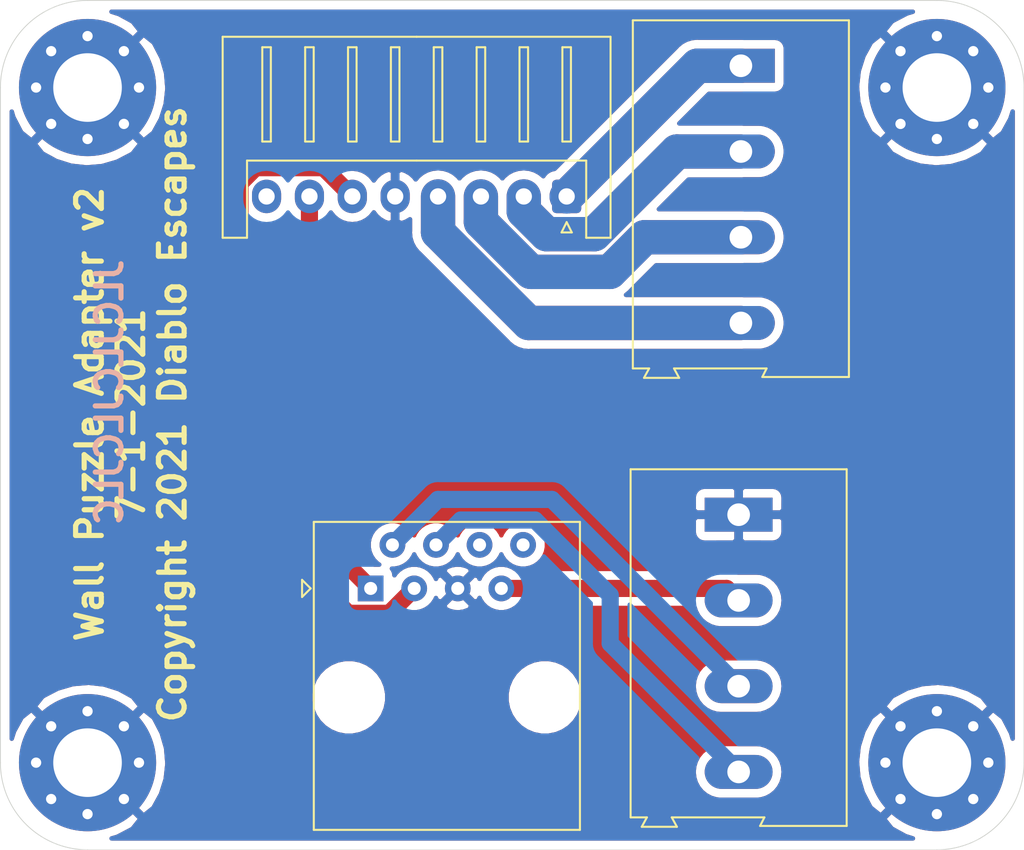
<source format=kicad_pcb>
(kicad_pcb (version 20171130) (host pcbnew "(5.1.10)-1")

  (general
    (thickness 1.6)
    (drawings 10)
    (tracks 49)
    (zones 0)
    (modules 8)
    (nets 14)
  )

  (page A4)
  (layers
    (0 F.Cu signal)
    (31 B.Cu signal)
    (32 B.Adhes user)
    (33 F.Adhes user)
    (34 B.Paste user)
    (35 F.Paste user)
    (36 B.SilkS user)
    (37 F.SilkS user)
    (38 B.Mask user)
    (39 F.Mask user)
    (40 Dwgs.User user)
    (41 Cmts.User user)
    (42 Eco1.User user)
    (43 Eco2.User user)
    (44 Edge.Cuts user)
    (45 Margin user)
    (46 B.CrtYd user)
    (47 F.CrtYd user)
    (48 B.Fab user)
    (49 F.Fab user hide)
  )

  (setup
    (last_trace_width 0.25)
    (user_trace_width 1)
    (user_trace_width 2)
    (user_trace_width 2.5)
    (trace_clearance 0.2)
    (zone_clearance 0.508)
    (zone_45_only no)
    (trace_min 0.2)
    (via_size 0.8)
    (via_drill 0.4)
    (via_min_size 0.4)
    (via_min_drill 0.3)
    (uvia_size 0.3)
    (uvia_drill 0.1)
    (uvias_allowed no)
    (uvia_min_size 0.2)
    (uvia_min_drill 0.1)
    (edge_width 0.05)
    (segment_width 0.2)
    (pcb_text_width 0.3)
    (pcb_text_size 1.5 1.5)
    (mod_edge_width 0.12)
    (mod_text_size 1 1)
    (mod_text_width 0.15)
    (pad_size 1.524 1.524)
    (pad_drill 0.762)
    (pad_to_mask_clearance 0)
    (aux_axis_origin 0 0)
    (visible_elements 7FFFFFFF)
    (pcbplotparams
      (layerselection 0x010f0_ffffffff)
      (usegerberextensions false)
      (usegerberattributes true)
      (usegerberadvancedattributes true)
      (creategerberjobfile true)
      (excludeedgelayer true)
      (linewidth 0.100000)
      (plotframeref false)
      (viasonmask false)
      (mode 1)
      (useauxorigin false)
      (hpglpennumber 1)
      (hpglpenspeed 20)
      (hpglpendiameter 15.000000)
      (psnegative false)
      (psa4output false)
      (plotreference true)
      (plotvalue true)
      (plotinvisibletext false)
      (padsonsilk false)
      (subtractmaskfromsilk false)
      (outputformat 1)
      (mirror false)
      (drillshape 0)
      (scaleselection 1)
      (outputdirectory ""))
  )

  (net 0 "")
  (net 1 GND)
  (net 2 "Net-(J1-Pad1)")
  (net 3 "Net-(J1-Pad2)")
  (net 4 "Net-(J1-Pad3)")
  (net 5 "Net-(J1-Pad4)")
  (net 6 "Net-(J1-Pad6)")
  (net 7 "Net-(J1-Pad7)")
  (net 8 "Net-(J1-Pad8)")
  (net 9 "Net-(J2-Pad1)")
  (net 10 "Net-(J2-Pad2)")
  (net 11 "Net-(J2-Pad3)")
  (net 12 "Net-(J2-Pad4)")
  (net 13 "Net-(J2-Pad8)")

  (net_class Default "This is the default net class."
    (clearance 0.2)
    (trace_width 0.25)
    (via_dia 0.8)
    (via_drill 0.4)
    (uvia_dia 0.3)
    (uvia_drill 0.1)
    (add_net GND)
    (add_net "Net-(J1-Pad1)")
    (add_net "Net-(J1-Pad2)")
    (add_net "Net-(J1-Pad3)")
    (add_net "Net-(J1-Pad4)")
    (add_net "Net-(J1-Pad6)")
    (add_net "Net-(J1-Pad7)")
    (add_net "Net-(J1-Pad8)")
    (add_net "Net-(J2-Pad1)")
    (add_net "Net-(J2-Pad2)")
    (add_net "Net-(J2-Pad3)")
    (add_net "Net-(J2-Pad4)")
    (add_net "Net-(J2-Pad8)")
  )

  (module MountingHole:MountingHole_4mm_Pad_Via (layer F.Cu) (tedit 56DDC1BA) (tstamp 60D513A6)
    (at 101.6 82.55)
    (descr "Mounting Hole 4mm")
    (tags "mounting hole 4mm")
    (path /60D4A345)
    (attr virtual)
    (fp_text reference H1 (at 0 -5) (layer F.Fab)
      (effects (font (size 1 1) (thickness 0.15)))
    )
    (fp_text value MountingHole_Pad (at 0 5) (layer F.Fab)
      (effects (font (size 1 1) (thickness 0.15)))
    )
    (fp_circle (center 0 0) (end 4 0) (layer Cmts.User) (width 0.15))
    (fp_circle (center 0 0) (end 4.25 0) (layer F.CrtYd) (width 0.05))
    (fp_text user %R (at 0.3 0) (layer F.Fab)
      (effects (font (size 1 1) (thickness 0.15)))
    )
    (pad 1 thru_hole circle (at 0 0) (size 8 8) (drill 4) (layers *.Cu *.Mask)
      (net 1 GND))
    (pad 1 thru_hole circle (at 3 0) (size 0.9 0.9) (drill 0.6) (layers *.Cu *.Mask)
      (net 1 GND))
    (pad 1 thru_hole circle (at 2.12132 2.12132) (size 0.9 0.9) (drill 0.6) (layers *.Cu *.Mask)
      (net 1 GND))
    (pad 1 thru_hole circle (at 0 3) (size 0.9 0.9) (drill 0.6) (layers *.Cu *.Mask)
      (net 1 GND))
    (pad 1 thru_hole circle (at -2.12132 2.12132) (size 0.9 0.9) (drill 0.6) (layers *.Cu *.Mask)
      (net 1 GND))
    (pad 1 thru_hole circle (at -3 0) (size 0.9 0.9) (drill 0.6) (layers *.Cu *.Mask)
      (net 1 GND))
    (pad 1 thru_hole circle (at -2.12132 -2.12132) (size 0.9 0.9) (drill 0.6) (layers *.Cu *.Mask)
      (net 1 GND))
    (pad 1 thru_hole circle (at 0 -3) (size 0.9 0.9) (drill 0.6) (layers *.Cu *.Mask)
      (net 1 GND))
    (pad 1 thru_hole circle (at 2.12132 -2.12132) (size 0.9 0.9) (drill 0.6) (layers *.Cu *.Mask)
      (net 1 GND))
  )

  (module MountingHole:MountingHole_4mm_Pad_Via (layer F.Cu) (tedit 56DDC1BA) (tstamp 60D513B6)
    (at 151.13 82.55)
    (descr "Mounting Hole 4mm")
    (tags "mounting hole 4mm")
    (path /60D4B0E0)
    (attr virtual)
    (fp_text reference H2 (at 0 -5) (layer F.Fab)
      (effects (font (size 1 1) (thickness 0.15)))
    )
    (fp_text value MountingHole_Pad (at 0 5) (layer F.Fab)
      (effects (font (size 1 1) (thickness 0.15)))
    )
    (fp_circle (center 0 0) (end 4.25 0) (layer F.CrtYd) (width 0.05))
    (fp_circle (center 0 0) (end 4 0) (layer Cmts.User) (width 0.15))
    (fp_text user %R (at 0.3 0) (layer F.Fab)
      (effects (font (size 1 1) (thickness 0.15)))
    )
    (pad 1 thru_hole circle (at 2.12132 -2.12132) (size 0.9 0.9) (drill 0.6) (layers *.Cu *.Mask)
      (net 1 GND))
    (pad 1 thru_hole circle (at 0 -3) (size 0.9 0.9) (drill 0.6) (layers *.Cu *.Mask)
      (net 1 GND))
    (pad 1 thru_hole circle (at -2.12132 -2.12132) (size 0.9 0.9) (drill 0.6) (layers *.Cu *.Mask)
      (net 1 GND))
    (pad 1 thru_hole circle (at -3 0) (size 0.9 0.9) (drill 0.6) (layers *.Cu *.Mask)
      (net 1 GND))
    (pad 1 thru_hole circle (at -2.12132 2.12132) (size 0.9 0.9) (drill 0.6) (layers *.Cu *.Mask)
      (net 1 GND))
    (pad 1 thru_hole circle (at 0 3) (size 0.9 0.9) (drill 0.6) (layers *.Cu *.Mask)
      (net 1 GND))
    (pad 1 thru_hole circle (at 2.12132 2.12132) (size 0.9 0.9) (drill 0.6) (layers *.Cu *.Mask)
      (net 1 GND))
    (pad 1 thru_hole circle (at 3 0) (size 0.9 0.9) (drill 0.6) (layers *.Cu *.Mask)
      (net 1 GND))
    (pad 1 thru_hole circle (at 0 0) (size 8 8) (drill 4) (layers *.Cu *.Mask)
      (net 1 GND))
  )

  (module MountingHole:MountingHole_4mm_Pad_Via (layer F.Cu) (tedit 56DDC1BA) (tstamp 60D513C6)
    (at 101.6 121.92)
    (descr "Mounting Hole 4mm")
    (tags "mounting hole 4mm")
    (path /60D4B6E1)
    (attr virtual)
    (fp_text reference H3 (at 0 -5) (layer F.Fab)
      (effects (font (size 1 1) (thickness 0.15)))
    )
    (fp_text value MountingHole_Pad (at 0 5) (layer F.Fab)
      (effects (font (size 1 1) (thickness 0.15)))
    )
    (fp_circle (center 0 0) (end 4 0) (layer Cmts.User) (width 0.15))
    (fp_circle (center 0 0) (end 4.25 0) (layer F.CrtYd) (width 0.05))
    (fp_text user %R (at 0.3 0) (layer F.Fab)
      (effects (font (size 1 1) (thickness 0.15)))
    )
    (pad 1 thru_hole circle (at 0 0) (size 8 8) (drill 4) (layers *.Cu *.Mask)
      (net 1 GND))
    (pad 1 thru_hole circle (at 3 0) (size 0.9 0.9) (drill 0.6) (layers *.Cu *.Mask)
      (net 1 GND))
    (pad 1 thru_hole circle (at 2.12132 2.12132) (size 0.9 0.9) (drill 0.6) (layers *.Cu *.Mask)
      (net 1 GND))
    (pad 1 thru_hole circle (at 0 3) (size 0.9 0.9) (drill 0.6) (layers *.Cu *.Mask)
      (net 1 GND))
    (pad 1 thru_hole circle (at -2.12132 2.12132) (size 0.9 0.9) (drill 0.6) (layers *.Cu *.Mask)
      (net 1 GND))
    (pad 1 thru_hole circle (at -3 0) (size 0.9 0.9) (drill 0.6) (layers *.Cu *.Mask)
      (net 1 GND))
    (pad 1 thru_hole circle (at -2.12132 -2.12132) (size 0.9 0.9) (drill 0.6) (layers *.Cu *.Mask)
      (net 1 GND))
    (pad 1 thru_hole circle (at 0 -3) (size 0.9 0.9) (drill 0.6) (layers *.Cu *.Mask)
      (net 1 GND))
    (pad 1 thru_hole circle (at 2.12132 -2.12132) (size 0.9 0.9) (drill 0.6) (layers *.Cu *.Mask)
      (net 1 GND))
  )

  (module MountingHole:MountingHole_4mm_Pad_Via (layer F.Cu) (tedit 56DDC1BA) (tstamp 60D513D6)
    (at 151.13 121.92)
    (descr "Mounting Hole 4mm")
    (tags "mounting hole 4mm")
    (path /60D4BCCB)
    (attr virtual)
    (fp_text reference H4 (at 0 -5) (layer F.Fab)
      (effects (font (size 1 1) (thickness 0.15)))
    )
    (fp_text value MountingHole_Pad (at 0 5) (layer F.Fab)
      (effects (font (size 1 1) (thickness 0.15)))
    )
    (fp_circle (center 0 0) (end 4.25 0) (layer F.CrtYd) (width 0.05))
    (fp_circle (center 0 0) (end 4 0) (layer Cmts.User) (width 0.15))
    (fp_text user %R (at 0.3 0) (layer F.Fab)
      (effects (font (size 1 1) (thickness 0.15)))
    )
    (pad 1 thru_hole circle (at 2.12132 -2.12132) (size 0.9 0.9) (drill 0.6) (layers *.Cu *.Mask)
      (net 1 GND))
    (pad 1 thru_hole circle (at 0 -3) (size 0.9 0.9) (drill 0.6) (layers *.Cu *.Mask)
      (net 1 GND))
    (pad 1 thru_hole circle (at -2.12132 -2.12132) (size 0.9 0.9) (drill 0.6) (layers *.Cu *.Mask)
      (net 1 GND))
    (pad 1 thru_hole circle (at -3 0) (size 0.9 0.9) (drill 0.6) (layers *.Cu *.Mask)
      (net 1 GND))
    (pad 1 thru_hole circle (at -2.12132 2.12132) (size 0.9 0.9) (drill 0.6) (layers *.Cu *.Mask)
      (net 1 GND))
    (pad 1 thru_hole circle (at 0 3) (size 0.9 0.9) (drill 0.6) (layers *.Cu *.Mask)
      (net 1 GND))
    (pad 1 thru_hole circle (at 2.12132 2.12132) (size 0.9 0.9) (drill 0.6) (layers *.Cu *.Mask)
      (net 1 GND))
    (pad 1 thru_hole circle (at 3 0) (size 0.9 0.9) (drill 0.6) (layers *.Cu *.Mask)
      (net 1 GND))
    (pad 1 thru_hole circle (at 0 0) (size 8 8) (drill 4) (layers *.Cu *.Mask)
      (net 1 GND))
  )

  (module Connector_RJ:RJ45_Amphenol_54602-x08_Horizontal (layer F.Cu) (tedit 5B103613) (tstamp 60D513F5)
    (at 118.11 111.76)
    (descr "8 Pol Shallow Latch Connector, Modjack, RJ45 (https://cdn.amphenol-icc.com/media/wysiwyg/files/drawing/c-bmj-0102.pdf)")
    (tags RJ45)
    (path /60D42B66)
    (fp_text reference J1 (at 4.445 -5) (layer F.Fab)
      (effects (font (size 1 1) (thickness 0.15)))
    )
    (fp_text value Conn_01x08_Male (at 4.445 4) (layer F.Fab)
      (effects (font (size 1 1) (thickness 0.15)))
    )
    (fp_line (start -4 0.5) (end -3.5 0) (layer F.SilkS) (width 0.12))
    (fp_line (start -4 -0.5) (end -4 0.5) (layer F.SilkS) (width 0.12))
    (fp_line (start -3.5 0) (end -4 -0.5) (layer F.SilkS) (width 0.12))
    (fp_line (start -3.205 13.97) (end -3.205 -2.77) (layer F.Fab) (width 0.12))
    (fp_line (start 12.095 13.97) (end -3.205 13.97) (layer F.Fab) (width 0.12))
    (fp_line (start 12.095 -3.77) (end 12.095 13.97) (layer F.Fab) (width 0.12))
    (fp_line (start -2.205 -3.77) (end 12.095 -3.77) (layer F.Fab) (width 0.12))
    (fp_line (start -3.205 -2.77) (end -2.205 -3.77) (layer F.Fab) (width 0.12))
    (fp_line (start -3.315 14.08) (end 12.205 14.08) (layer F.SilkS) (width 0.12))
    (fp_line (start 12.205 -3.88) (end 12.205 14.08) (layer F.SilkS) (width 0.12))
    (fp_line (start 12.205 -3.88) (end -3.315 -3.88) (layer F.SilkS) (width 0.12))
    (fp_line (start -3.315 -3.88) (end -3.315 14.08) (layer F.SilkS) (width 0.12))
    (fp_line (start -3.71 -4.27) (end 12.6 -4.27) (layer F.CrtYd) (width 0.05))
    (fp_line (start -3.71 -4.27) (end -3.71 14.47) (layer F.CrtYd) (width 0.05))
    (fp_line (start 12.6 14.47) (end 12.6 -4.27) (layer F.CrtYd) (width 0.05))
    (fp_line (start 12.6 14.47) (end -3.71 14.47) (layer F.CrtYd) (width 0.05))
    (fp_text user %R (at 4.445 2) (layer F.Fab)
      (effects (font (size 1 1) (thickness 0.15)))
    )
    (pad "" np_thru_hole circle (at 10.16 6.35) (size 3.2 3.2) (drill 3.2) (layers *.Cu *.Mask))
    (pad "" np_thru_hole circle (at -1.27 6.35) (size 3.2 3.2) (drill 3.2) (layers *.Cu *.Mask))
    (pad 1 thru_hole rect (at 0 0) (size 1.5 1.5) (drill 0.76) (layers *.Cu *.Mask)
      (net 2 "Net-(J1-Pad1)"))
    (pad 2 thru_hole circle (at 1.27 -2.54) (size 1.5 1.5) (drill 0.76) (layers *.Cu *.Mask)
      (net 3 "Net-(J1-Pad2)"))
    (pad 3 thru_hole circle (at 2.54 0) (size 1.5 1.5) (drill 0.76) (layers *.Cu *.Mask)
      (net 4 "Net-(J1-Pad3)"))
    (pad 4 thru_hole circle (at 3.81 -2.54) (size 1.5 1.5) (drill 0.76) (layers *.Cu *.Mask)
      (net 5 "Net-(J1-Pad4)"))
    (pad 5 thru_hole circle (at 5.08 0) (size 1.5 1.5) (drill 0.76) (layers *.Cu *.Mask)
      (net 1 GND))
    (pad 6 thru_hole circle (at 6.35 -2.54) (size 1.5 1.5) (drill 0.76) (layers *.Cu *.Mask)
      (net 6 "Net-(J1-Pad6)"))
    (pad 7 thru_hole circle (at 7.62 0) (size 1.5 1.5) (drill 0.76) (layers *.Cu *.Mask)
      (net 7 "Net-(J1-Pad7)"))
    (pad 8 thru_hole circle (at 8.89 -2.54) (size 1.5 1.5) (drill 0.76) (layers *.Cu *.Mask)
      (net 8 "Net-(J1-Pad8)"))
    (model ${KISYS3DMOD}/Connector_RJ.3dshapes/RJ45_Amphenol_54602-x08_Horizontal.wrl
      (at (xyz 0 0 0))
      (scale (xyz 1 1 1))
      (rotate (xyz 0 0 0))
    )
  )

  (module Connector_JST:JST_XH_S8B-XH-A_1x08_P2.50mm_Horizontal (layer F.Cu) (tedit 5C281475) (tstamp 60D5143F)
    (at 129.54 88.9 180)
    (descr "JST XH series connector, S8B-XH-A (http://www.jst-mfg.com/product/pdf/eng/eXH.pdf), generated with kicad-footprint-generator")
    (tags "connector JST XH horizontal")
    (path /60D3F358)
    (fp_text reference J2 (at 8.75 -3.5) (layer F.Fab)
      (effects (font (size 1 1) (thickness 0.15)))
    )
    (fp_text value Conn_01x08_Male (at 8.75 10.4) (layer F.Fab)
      (effects (font (size 1 1) (thickness 0.15)))
    )
    (fp_line (start -2.95 -2.8) (end -2.95 9.7) (layer F.CrtYd) (width 0.05))
    (fp_line (start -2.95 9.7) (end 20.45 9.7) (layer F.CrtYd) (width 0.05))
    (fp_line (start 20.45 9.7) (end 20.45 -2.8) (layer F.CrtYd) (width 0.05))
    (fp_line (start 20.45 -2.8) (end -2.95 -2.8) (layer F.CrtYd) (width 0.05))
    (fp_line (start 8.75 9.31) (end -2.56 9.31) (layer F.SilkS) (width 0.12))
    (fp_line (start -2.56 9.31) (end -2.56 -2.41) (layer F.SilkS) (width 0.12))
    (fp_line (start -2.56 -2.41) (end -1.14 -2.41) (layer F.SilkS) (width 0.12))
    (fp_line (start -1.14 -2.41) (end -1.14 2.09) (layer F.SilkS) (width 0.12))
    (fp_line (start -1.14 2.09) (end 8.75 2.09) (layer F.SilkS) (width 0.12))
    (fp_line (start 8.75 9.31) (end 20.06 9.31) (layer F.SilkS) (width 0.12))
    (fp_line (start 20.06 9.31) (end 20.06 -2.41) (layer F.SilkS) (width 0.12))
    (fp_line (start 20.06 -2.41) (end 18.64 -2.41) (layer F.SilkS) (width 0.12))
    (fp_line (start 18.64 -2.41) (end 18.64 2.09) (layer F.SilkS) (width 0.12))
    (fp_line (start 18.64 2.09) (end 8.75 2.09) (layer F.SilkS) (width 0.12))
    (fp_line (start 8.75 9.2) (end -2.45 9.2) (layer F.Fab) (width 0.1))
    (fp_line (start -2.45 9.2) (end -2.45 -2.3) (layer F.Fab) (width 0.1))
    (fp_line (start -2.45 -2.3) (end -1.25 -2.3) (layer F.Fab) (width 0.1))
    (fp_line (start -1.25 -2.3) (end -1.25 2.2) (layer F.Fab) (width 0.1))
    (fp_line (start -1.25 2.2) (end 8.75 2.2) (layer F.Fab) (width 0.1))
    (fp_line (start 8.75 9.2) (end 19.95 9.2) (layer F.Fab) (width 0.1))
    (fp_line (start 19.95 9.2) (end 19.95 -2.3) (layer F.Fab) (width 0.1))
    (fp_line (start 19.95 -2.3) (end 18.75 -2.3) (layer F.Fab) (width 0.1))
    (fp_line (start 18.75 -2.3) (end 18.75 2.2) (layer F.Fab) (width 0.1))
    (fp_line (start 18.75 2.2) (end 8.75 2.2) (layer F.Fab) (width 0.1))
    (fp_line (start -0.25 3.2) (end -0.25 8.7) (layer F.SilkS) (width 0.12))
    (fp_line (start -0.25 8.7) (end 0.25 8.7) (layer F.SilkS) (width 0.12))
    (fp_line (start 0.25 8.7) (end 0.25 3.2) (layer F.SilkS) (width 0.12))
    (fp_line (start 0.25 3.2) (end -0.25 3.2) (layer F.SilkS) (width 0.12))
    (fp_line (start 2.25 3.2) (end 2.25 8.7) (layer F.SilkS) (width 0.12))
    (fp_line (start 2.25 8.7) (end 2.75 8.7) (layer F.SilkS) (width 0.12))
    (fp_line (start 2.75 8.7) (end 2.75 3.2) (layer F.SilkS) (width 0.12))
    (fp_line (start 2.75 3.2) (end 2.25 3.2) (layer F.SilkS) (width 0.12))
    (fp_line (start 4.75 3.2) (end 4.75 8.7) (layer F.SilkS) (width 0.12))
    (fp_line (start 4.75 8.7) (end 5.25 8.7) (layer F.SilkS) (width 0.12))
    (fp_line (start 5.25 8.7) (end 5.25 3.2) (layer F.SilkS) (width 0.12))
    (fp_line (start 5.25 3.2) (end 4.75 3.2) (layer F.SilkS) (width 0.12))
    (fp_line (start 7.25 3.2) (end 7.25 8.7) (layer F.SilkS) (width 0.12))
    (fp_line (start 7.25 8.7) (end 7.75 8.7) (layer F.SilkS) (width 0.12))
    (fp_line (start 7.75 8.7) (end 7.75 3.2) (layer F.SilkS) (width 0.12))
    (fp_line (start 7.75 3.2) (end 7.25 3.2) (layer F.SilkS) (width 0.12))
    (fp_line (start 9.75 3.2) (end 9.75 8.7) (layer F.SilkS) (width 0.12))
    (fp_line (start 9.75 8.7) (end 10.25 8.7) (layer F.SilkS) (width 0.12))
    (fp_line (start 10.25 8.7) (end 10.25 3.2) (layer F.SilkS) (width 0.12))
    (fp_line (start 10.25 3.2) (end 9.75 3.2) (layer F.SilkS) (width 0.12))
    (fp_line (start 12.25 3.2) (end 12.25 8.7) (layer F.SilkS) (width 0.12))
    (fp_line (start 12.25 8.7) (end 12.75 8.7) (layer F.SilkS) (width 0.12))
    (fp_line (start 12.75 8.7) (end 12.75 3.2) (layer F.SilkS) (width 0.12))
    (fp_line (start 12.75 3.2) (end 12.25 3.2) (layer F.SilkS) (width 0.12))
    (fp_line (start 14.75 3.2) (end 14.75 8.7) (layer F.SilkS) (width 0.12))
    (fp_line (start 14.75 8.7) (end 15.25 8.7) (layer F.SilkS) (width 0.12))
    (fp_line (start 15.25 8.7) (end 15.25 3.2) (layer F.SilkS) (width 0.12))
    (fp_line (start 15.25 3.2) (end 14.75 3.2) (layer F.SilkS) (width 0.12))
    (fp_line (start 17.25 3.2) (end 17.25 8.7) (layer F.SilkS) (width 0.12))
    (fp_line (start 17.25 8.7) (end 17.75 8.7) (layer F.SilkS) (width 0.12))
    (fp_line (start 17.75 8.7) (end 17.75 3.2) (layer F.SilkS) (width 0.12))
    (fp_line (start 17.75 3.2) (end 17.25 3.2) (layer F.SilkS) (width 0.12))
    (fp_line (start 0 -1.5) (end -0.3 -2.1) (layer F.SilkS) (width 0.12))
    (fp_line (start -0.3 -2.1) (end 0.3 -2.1) (layer F.SilkS) (width 0.12))
    (fp_line (start 0.3 -2.1) (end 0 -1.5) (layer F.SilkS) (width 0.12))
    (fp_line (start -0.625 2.2) (end 0 1.2) (layer F.Fab) (width 0.1))
    (fp_line (start 0 1.2) (end 0.625 2.2) (layer F.Fab) (width 0.1))
    (fp_text user %R (at 8.75 3.45) (layer F.Fab)
      (effects (font (size 1 1) (thickness 0.15)))
    )
    (pad 1 thru_hole roundrect (at 0 0 180) (size 1.7 1.95) (drill 0.95) (layers *.Cu *.Mask) (roundrect_rratio 0.1470588235294118)
      (net 9 "Net-(J2-Pad1)"))
    (pad 2 thru_hole oval (at 2.5 0 180) (size 1.7 1.95) (drill 0.95) (layers *.Cu *.Mask)
      (net 10 "Net-(J2-Pad2)"))
    (pad 3 thru_hole oval (at 5 0 180) (size 1.7 1.95) (drill 0.95) (layers *.Cu *.Mask)
      (net 11 "Net-(J2-Pad3)"))
    (pad 4 thru_hole oval (at 7.5 0 180) (size 1.7 1.95) (drill 0.95) (layers *.Cu *.Mask)
      (net 12 "Net-(J2-Pad4)"))
    (pad 5 thru_hole oval (at 10 0 180) (size 1.7 1.95) (drill 0.95) (layers *.Cu *.Mask)
      (net 1 GND))
    (pad 6 thru_hole oval (at 12.5 0 180) (size 1.7 1.95) (drill 0.95) (layers *.Cu *.Mask)
      (net 4 "Net-(J1-Pad3)"))
    (pad 7 thru_hole oval (at 15 0 180) (size 1.7 1.95) (drill 0.95) (layers *.Cu *.Mask)
      (net 2 "Net-(J1-Pad1)"))
    (pad 8 thru_hole oval (at 17.5 0 180) (size 1.7 1.95) (drill 0.95) (layers *.Cu *.Mask)
      (net 13 "Net-(J2-Pad8)"))
    (model ${KISYS3DMOD}/Connector_JST.3dshapes/JST_XH_S8B-XH-A_1x08_P2.50mm_Horizontal.wrl
      (at (xyz 0 0 0))
      (scale (xyz 1 1 1))
      (rotate (xyz 0 0 0))
    )
  )

  (module TerminalBlock:TerminalBlock_Altech_AK300-4_P5.00mm (layer F.Cu) (tedit 59FF0306) (tstamp 60D514D9)
    (at 139.7 81.28 270)
    (descr "Altech AK300 terminal block, pitch 5.0mm, 45 degree angled, see http://www.mouser.com/ds/2/16/PCBMETRC-24178.pdf")
    (tags "Altech AK300 terminal block pitch 5.0mm")
    (path /60D3D578)
    (fp_text reference J3 (at 7.5 -7.15 90) (layer F.Fab)
      (effects (font (size 1 1) (thickness 0.15)))
    )
    (fp_text value Conn_01x04_Male (at 7.45 7.45 90) (layer F.Fab)
      (effects (font (size 1 1) (thickness 0.15)))
    )
    (fp_line (start -2.65 -6.3) (end 18.15 -6.3) (layer F.SilkS) (width 0.12))
    (fp_line (start 18.15 -6.3) (end 18.15 -1.25) (layer F.SilkS) (width 0.12))
    (fp_line (start 18.15 -1.25) (end 17.65 -1.5) (layer F.SilkS) (width 0.12))
    (fp_line (start 17.65 -1.5) (end 17.65 3.9) (layer F.SilkS) (width 0.12))
    (fp_line (start 17.65 3.9) (end 18.2 3.6) (layer F.SilkS) (width 0.12))
    (fp_line (start 18.2 3.6) (end 18.2 5.65) (layer F.SilkS) (width 0.12))
    (fp_line (start 18.2 5.65) (end 17.65 5.35) (layer F.SilkS) (width 0.12))
    (fp_line (start 17.65 5.35) (end 17.65 6.3) (layer F.SilkS) (width 0.12))
    (fp_line (start 17.65 6.3) (end -2.65 6.3) (layer F.SilkS) (width 0.12))
    (fp_line (start -2.65 6.3) (end -2.65 -6.3) (layer F.SilkS) (width 0.12))
    (fp_line (start 8.75 -0.25) (end 8.75 2.54) (layer F.Fab) (width 0.1))
    (fp_line (start 8.75 2.54) (end 11.29 2.54) (layer F.Fab) (width 0.1))
    (fp_line (start 11.29 2.54) (end 11.29 -0.25) (layer F.Fab) (width 0.1))
    (fp_line (start 7.94 -3.43) (end 7.94 -5.97) (layer F.Fab) (width 0.1))
    (fp_line (start 7.94 -5.97) (end 12 -5.97) (layer F.Fab) (width 0.1))
    (fp_line (start 12 -5.97) (end 12 -3.43) (layer F.Fab) (width 0.1))
    (fp_line (start 12 -3.43) (end 7.94 -3.43) (layer F.Fab) (width 0.1))
    (fp_line (start 8.34 -4.45) (end 11.39 -5.08) (layer F.Fab) (width 0.1))
    (fp_line (start 8.47 -4.32) (end 11.52 -4.95) (layer F.Fab) (width 0.1))
    (fp_line (start 7.99 4.32) (end 12.05 4.32) (layer F.Fab) (width 0.1))
    (fp_line (start 12.05 6.22) (end 12.05 -0.25) (layer F.Fab) (width 0.1))
    (fp_line (start 8.37 0.51) (end 8.75 0.51) (layer F.Fab) (width 0.1))
    (fp_line (start 8.37 0.51) (end 8.37 3.68) (layer F.Fab) (width 0.1))
    (fp_line (start 8.37 3.68) (end 11.67 3.68) (layer F.Fab) (width 0.1))
    (fp_line (start 11.67 3.68) (end 11.67 0.51) (layer F.Fab) (width 0.1))
    (fp_line (start 11.67 0.51) (end 11.29 0.51) (layer F.Fab) (width 0.1))
    (fp_line (start 12.51 -0.64) (end 17.59 -0.64) (layer F.Fab) (width 0.1))
    (fp_line (start 7.99 6.22) (end 7.99 -0.25) (layer F.Fab) (width 0.1))
    (fp_line (start 7.99 -0.25) (end 12.05 -0.25) (layer F.Fab) (width 0.1))
    (fp_line (start 16.95 6.22) (end 13.02 6.22) (layer F.Fab) (width 0.1))
    (fp_line (start 13.17 6.22) (end 7.07 6.22) (layer F.Fab) (width 0.1))
    (fp_line (start 17.59 -3.05) (end -2.58 -3.05) (layer F.Fab) (width 0.1))
    (fp_line (start 17.74 -6.22) (end -2.58 -6.22) (layer F.Fab) (width 0.1))
    (fp_line (start 12.66 -0.64) (end -2.52 -0.64) (layer F.Fab) (width 0.1))
    (fp_line (start 12.95 4) (end 12.95 -0.25) (layer F.Fab) (width 0.1))
    (fp_line (start 13.35 -0.25) (end 16.65 -0.25) (layer F.Fab) (width 0.1))
    (fp_line (start 12.97 -0.25) (end 13.35 -0.25) (layer F.Fab) (width 0.1))
    (fp_line (start 17.03 -0.25) (end 16.65 -0.25) (layer F.Fab) (width 0.1))
    (fp_line (start 13.5 -4.32) (end 16.55 -4.95) (layer F.Fab) (width 0.1))
    (fp_line (start 13.37 -4.45) (end 16.42 -5.08) (layer F.Fab) (width 0.1))
    (fp_line (start 17.03 -3.43) (end 12.97 -3.43) (layer F.Fab) (width 0.1))
    (fp_line (start 17.03 -5.97) (end 17.03 -3.43) (layer F.Fab) (width 0.1))
    (fp_line (start 12.97 -5.97) (end 17.03 -5.97) (layer F.Fab) (width 0.1))
    (fp_line (start 12.97 -3.43) (end 12.97 -5.97) (layer F.Fab) (width 0.1))
    (fp_line (start 17.59 -3.17) (end 17.59 -1.65) (layer F.Fab) (width 0.1))
    (fp_line (start 17.59 -0.64) (end 17.59 4.06) (layer F.Fab) (width 0.1))
    (fp_line (start 17.59 -1.65) (end 17.59 -0.64) (layer F.Fab) (width 0.1))
    (fp_line (start 16.65 0.51) (end 16.27 0.51) (layer F.Fab) (width 0.1))
    (fp_line (start 13.35 0.51) (end 13.73 0.51) (layer F.Fab) (width 0.1))
    (fp_line (start 13.35 3.68) (end 13.35 0.51) (layer F.Fab) (width 0.1))
    (fp_line (start 16.65 3.68) (end 13.35 3.68) (layer F.Fab) (width 0.1))
    (fp_line (start 16.65 3.68) (end 16.65 0.51) (layer F.Fab) (width 0.1))
    (fp_line (start 17.03 4.32) (end 17.03 6.22) (layer F.Fab) (width 0.1))
    (fp_line (start 12.97 4.32) (end 17.03 4.32) (layer F.Fab) (width 0.1))
    (fp_line (start 17.03 6.22) (end 17.59 6.22) (layer F.Fab) (width 0.1))
    (fp_line (start 17.03 -0.25) (end 17.03 4.32) (layer F.Fab) (width 0.1))
    (fp_line (start 12.97 6.22) (end 12.97 4.32) (layer F.Fab) (width 0.1))
    (fp_line (start 18.1 3.81) (end 18.1 5.46) (layer F.Fab) (width 0.1))
    (fp_line (start 17.59 4.06) (end 17.59 5.21) (layer F.Fab) (width 0.1))
    (fp_line (start 18.1 3.81) (end 17.59 4.06) (layer F.Fab) (width 0.1))
    (fp_line (start 17.59 5.21) (end 17.59 6.22) (layer F.Fab) (width 0.1))
    (fp_line (start 18.1 5.46) (end 17.59 5.21) (layer F.Fab) (width 0.1))
    (fp_line (start 18.1 -1.4) (end 17.59 -1.65) (layer F.Fab) (width 0.1))
    (fp_line (start 18.1 -6.22) (end 18.1 -1.4) (layer F.Fab) (width 0.1))
    (fp_line (start 17.59 -6.22) (end 18.1 -6.22) (layer F.Fab) (width 0.1))
    (fp_line (start 17.59 -6.22) (end 17.59 -3.17) (layer F.Fab) (width 0.1))
    (fp_line (start 13.73 2.54) (end 13.73 -0.25) (layer F.Fab) (width 0.1))
    (fp_line (start 13.73 -0.25) (end 16.27 -0.25) (layer F.Fab) (width 0.1))
    (fp_line (start 16.27 2.54) (end 16.27 -0.25) (layer F.Fab) (width 0.1))
    (fp_line (start 13.73 2.54) (end 16.27 2.54) (layer F.Fab) (width 0.1))
    (fp_line (start -1.28 2.54) (end 1.26 2.54) (layer F.Fab) (width 0.1))
    (fp_line (start 1.26 2.54) (end 1.26 -0.25) (layer F.Fab) (width 0.1))
    (fp_line (start -1.28 -0.25) (end 1.26 -0.25) (layer F.Fab) (width 0.1))
    (fp_line (start -1.28 2.54) (end -1.28 -0.25) (layer F.Fab) (width 0.1))
    (fp_line (start 3.72 2.54) (end 6.26 2.54) (layer F.Fab) (width 0.1))
    (fp_line (start 6.26 2.54) (end 6.26 -0.25) (layer F.Fab) (width 0.1))
    (fp_line (start 3.72 -0.25) (end 6.26 -0.25) (layer F.Fab) (width 0.1))
    (fp_line (start 3.72 2.54) (end 3.72 -0.25) (layer F.Fab) (width 0.1))
    (fp_line (start 12.95 5.21) (end 12.95 6.22) (layer F.Fab) (width 0.1))
    (fp_line (start 12.95 4.06) (end 12.95 5.21) (layer F.Fab) (width 0.1))
    (fp_line (start 2.96 6.22) (end 2.96 4.32) (layer F.Fab) (width 0.1))
    (fp_line (start 7.02 -0.25) (end 7.02 4.32) (layer F.Fab) (width 0.1))
    (fp_line (start 2.96 6.22) (end 7.02 6.22) (layer F.Fab) (width 0.1))
    (fp_line (start 2.02 6.22) (end 2.02 4.32) (layer F.Fab) (width 0.1))
    (fp_line (start 2.02 6.22) (end 2.96 6.22) (layer F.Fab) (width 0.1))
    (fp_line (start -2.05 -0.25) (end -2.05 4.32) (layer F.Fab) (width 0.1))
    (fp_line (start -2.58 6.22) (end -2.05 6.22) (layer F.Fab) (width 0.1))
    (fp_line (start -2.05 6.22) (end 2.02 6.22) (layer F.Fab) (width 0.1))
    (fp_line (start 2.96 4.32) (end 7.02 4.32) (layer F.Fab) (width 0.1))
    (fp_line (start 2.96 4.32) (end 2.96 -0.25) (layer F.Fab) (width 0.1))
    (fp_line (start 7.02 4.32) (end 7.02 6.22) (layer F.Fab) (width 0.1))
    (fp_line (start 2.02 4.32) (end -2.05 4.32) (layer F.Fab) (width 0.1))
    (fp_line (start 2.02 4.32) (end 2.02 -0.25) (layer F.Fab) (width 0.1))
    (fp_line (start -2.05 4.32) (end -2.05 6.22) (layer F.Fab) (width 0.1))
    (fp_line (start 6.64 3.68) (end 6.64 0.51) (layer F.Fab) (width 0.1))
    (fp_line (start 6.64 3.68) (end 3.34 3.68) (layer F.Fab) (width 0.1))
    (fp_line (start 3.34 3.68) (end 3.34 0.51) (layer F.Fab) (width 0.1))
    (fp_line (start 1.64 3.68) (end 1.64 0.51) (layer F.Fab) (width 0.1))
    (fp_line (start 1.64 3.68) (end -1.67 3.68) (layer F.Fab) (width 0.1))
    (fp_line (start -1.67 3.68) (end -1.67 0.51) (layer F.Fab) (width 0.1))
    (fp_line (start -1.67 0.51) (end -1.28 0.51) (layer F.Fab) (width 0.1))
    (fp_line (start 1.64 0.51) (end 1.26 0.51) (layer F.Fab) (width 0.1))
    (fp_line (start 3.34 0.51) (end 3.72 0.51) (layer F.Fab) (width 0.1))
    (fp_line (start 6.64 0.51) (end 6.26 0.51) (layer F.Fab) (width 0.1))
    (fp_line (start -2.58 6.22) (end -2.58 -0.64) (layer F.Fab) (width 0.1))
    (fp_line (start -2.58 -0.64) (end -2.58 -3.17) (layer F.Fab) (width 0.1))
    (fp_line (start -2.58 -3.17) (end -2.58 -6.22) (layer F.Fab) (width 0.1))
    (fp_line (start 2.96 -3.43) (end 2.96 -5.97) (layer F.Fab) (width 0.1))
    (fp_line (start 2.96 -5.97) (end 7.02 -5.97) (layer F.Fab) (width 0.1))
    (fp_line (start 7.02 -5.97) (end 7.02 -3.43) (layer F.Fab) (width 0.1))
    (fp_line (start 7.02 -3.43) (end 2.96 -3.43) (layer F.Fab) (width 0.1))
    (fp_line (start 2.02 -3.43) (end 2.02 -5.97) (layer F.Fab) (width 0.1))
    (fp_line (start 2.02 -3.43) (end -2.05 -3.43) (layer F.Fab) (width 0.1))
    (fp_line (start -2.05 -3.43) (end -2.05 -5.97) (layer F.Fab) (width 0.1))
    (fp_line (start 2.02 -5.97) (end -2.05 -5.97) (layer F.Fab) (width 0.1))
    (fp_line (start 3.36 -4.45) (end 6.41 -5.08) (layer F.Fab) (width 0.1))
    (fp_line (start 3.49 -4.32) (end 6.54 -4.95) (layer F.Fab) (width 0.1))
    (fp_line (start -1.64 -4.45) (end 1.41 -5.08) (layer F.Fab) (width 0.1))
    (fp_line (start -1.51 -4.32) (end 1.53 -4.95) (layer F.Fab) (width 0.1))
    (fp_line (start -2.05 -0.25) (end -1.67 -0.25) (layer F.Fab) (width 0.1))
    (fp_line (start 2.02 -0.25) (end 1.64 -0.25) (layer F.Fab) (width 0.1))
    (fp_line (start 1.64 -0.25) (end -1.67 -0.25) (layer F.Fab) (width 0.1))
    (fp_line (start 7.02 -0.25) (end 6.64 -0.25) (layer F.Fab) (width 0.1))
    (fp_line (start 2.96 -0.25) (end 3.34 -0.25) (layer F.Fab) (width 0.1))
    (fp_line (start 3.34 -0.25) (end 6.64 -0.25) (layer F.Fab) (width 0.1))
    (fp_line (start -2.83 -6.47) (end 18.35 -6.47) (layer F.CrtYd) (width 0.05))
    (fp_line (start -2.83 -6.47) (end -2.83 6.47) (layer F.CrtYd) (width 0.05))
    (fp_line (start 18.35 6.47) (end 18.35 -6.47) (layer F.CrtYd) (width 0.05))
    (fp_line (start 18.35 6.47) (end -2.83 6.47) (layer F.CrtYd) (width 0.05))
    (fp_text user %R (at 7.5 -2 90) (layer F.Fab)
      (effects (font (size 1 1) (thickness 0.15)))
    )
    (fp_arc (start 10.99 -4.59) (end 11.49 -5.05) (angle 90.5) (layer F.Fab) (width 0.1))
    (fp_arc (start 10.02 -6.07) (end 11.48 -4.12) (angle 75.5) (layer F.Fab) (width 0.1))
    (fp_arc (start 9.94 -3.71) (end 8.34 -5) (angle 100) (layer F.Fab) (width 0.1))
    (fp_arc (start 8.83 -4.65) (end 8.54 -4.13) (angle 104.2) (layer F.Fab) (width 0.1))
    (fp_arc (start 13.86 -4.65) (end 13.57 -4.13) (angle 104.2) (layer F.Fab) (width 0.1))
    (fp_arc (start 14.97 -3.71) (end 13.37 -5) (angle 100) (layer F.Fab) (width 0.1))
    (fp_arc (start 15.05 -6.07) (end 16.51 -4.12) (angle 75.5) (layer F.Fab) (width 0.1))
    (fp_arc (start 16.02 -4.59) (end 16.52 -5.05) (angle 90.5) (layer F.Fab) (width 0.1))
    (fp_arc (start 6.01 -4.59) (end 6.51 -5.05) (angle 90.5) (layer F.Fab) (width 0.1))
    (fp_arc (start 5.04 -6.07) (end 6.5 -4.12) (angle 75.5) (layer F.Fab) (width 0.1))
    (fp_arc (start 4.96 -3.71) (end 3.36 -5) (angle 100) (layer F.Fab) (width 0.1))
    (fp_arc (start 3.85 -4.65) (end 3.56 -4.13) (angle 104.2) (layer F.Fab) (width 0.1))
    (fp_arc (start 1 -4.59) (end 1.51 -5.05) (angle 90.5) (layer F.Fab) (width 0.1))
    (fp_arc (start 0.04 -6.07) (end 1.5 -4.12) (angle 75.5) (layer F.Fab) (width 0.1))
    (fp_arc (start -0.04 -3.71) (end -1.64 -5) (angle 100) (layer F.Fab) (width 0.1))
    (fp_arc (start -1.16 -4.65) (end -1.44 -4.13) (angle 104.2) (layer F.Fab) (width 0.1))
    (pad 1 thru_hole rect (at 0 0 270) (size 1.98 3.96) (drill 1.32) (layers *.Cu *.Mask)
      (net 9 "Net-(J2-Pad1)"))
    (pad 2 thru_hole oval (at 5 0 270) (size 1.98 3.96) (drill 1.32) (layers *.Cu *.Mask)
      (net 10 "Net-(J2-Pad2)"))
    (pad 4 thru_hole oval (at 15 0 270) (size 1.98 3.96) (drill 1.32) (layers *.Cu *.Mask)
      (net 12 "Net-(J2-Pad4)"))
    (pad 3 thru_hole oval (at 10 0 270) (size 1.98 3.96) (drill 1.32) (layers *.Cu *.Mask)
      (net 11 "Net-(J2-Pad3)"))
    (model ${KISYS3DMOD}/TerminalBlock.3dshapes/TerminalBlock_Altech_AK300-4_P5.00mm.wrl
      (at (xyz 0 0 0))
      (scale (xyz 1 1 1))
      (rotate (xyz 0 0 0))
    )
  )

  (module TerminalBlock:TerminalBlock_Altech_AK300-4_P5.00mm (layer F.Cu) (tedit 59FF0306) (tstamp 60D51573)
    (at 139.57 107.46 270)
    (descr "Altech AK300 terminal block, pitch 5.0mm, 45 degree angled, see http://www.mouser.com/ds/2/16/PCBMETRC-24178.pdf")
    (tags "Altech AK300 terminal block pitch 5.0mm")
    (path /60D3F128)
    (fp_text reference J4 (at 7.5 -7.15 90) (layer F.Fab)
      (effects (font (size 1 1) (thickness 0.15)))
    )
    (fp_text value Conn_01x04_Male (at 7.45 7.45 90) (layer F.Fab)
      (effects (font (size 1 1) (thickness 0.15)))
    )
    (fp_line (start 18.35 6.47) (end -2.83 6.47) (layer F.CrtYd) (width 0.05))
    (fp_line (start 18.35 6.47) (end 18.35 -6.47) (layer F.CrtYd) (width 0.05))
    (fp_line (start -2.83 -6.47) (end -2.83 6.47) (layer F.CrtYd) (width 0.05))
    (fp_line (start -2.83 -6.47) (end 18.35 -6.47) (layer F.CrtYd) (width 0.05))
    (fp_line (start 3.34 -0.25) (end 6.64 -0.25) (layer F.Fab) (width 0.1))
    (fp_line (start 2.96 -0.25) (end 3.34 -0.25) (layer F.Fab) (width 0.1))
    (fp_line (start 7.02 -0.25) (end 6.64 -0.25) (layer F.Fab) (width 0.1))
    (fp_line (start 1.64 -0.25) (end -1.67 -0.25) (layer F.Fab) (width 0.1))
    (fp_line (start 2.02 -0.25) (end 1.64 -0.25) (layer F.Fab) (width 0.1))
    (fp_line (start -2.05 -0.25) (end -1.67 -0.25) (layer F.Fab) (width 0.1))
    (fp_line (start -1.51 -4.32) (end 1.53 -4.95) (layer F.Fab) (width 0.1))
    (fp_line (start -1.64 -4.45) (end 1.41 -5.08) (layer F.Fab) (width 0.1))
    (fp_line (start 3.49 -4.32) (end 6.54 -4.95) (layer F.Fab) (width 0.1))
    (fp_line (start 3.36 -4.45) (end 6.41 -5.08) (layer F.Fab) (width 0.1))
    (fp_line (start 2.02 -5.97) (end -2.05 -5.97) (layer F.Fab) (width 0.1))
    (fp_line (start -2.05 -3.43) (end -2.05 -5.97) (layer F.Fab) (width 0.1))
    (fp_line (start 2.02 -3.43) (end -2.05 -3.43) (layer F.Fab) (width 0.1))
    (fp_line (start 2.02 -3.43) (end 2.02 -5.97) (layer F.Fab) (width 0.1))
    (fp_line (start 7.02 -3.43) (end 2.96 -3.43) (layer F.Fab) (width 0.1))
    (fp_line (start 7.02 -5.97) (end 7.02 -3.43) (layer F.Fab) (width 0.1))
    (fp_line (start 2.96 -5.97) (end 7.02 -5.97) (layer F.Fab) (width 0.1))
    (fp_line (start 2.96 -3.43) (end 2.96 -5.97) (layer F.Fab) (width 0.1))
    (fp_line (start -2.58 -3.17) (end -2.58 -6.22) (layer F.Fab) (width 0.1))
    (fp_line (start -2.58 -0.64) (end -2.58 -3.17) (layer F.Fab) (width 0.1))
    (fp_line (start -2.58 6.22) (end -2.58 -0.64) (layer F.Fab) (width 0.1))
    (fp_line (start 6.64 0.51) (end 6.26 0.51) (layer F.Fab) (width 0.1))
    (fp_line (start 3.34 0.51) (end 3.72 0.51) (layer F.Fab) (width 0.1))
    (fp_line (start 1.64 0.51) (end 1.26 0.51) (layer F.Fab) (width 0.1))
    (fp_line (start -1.67 0.51) (end -1.28 0.51) (layer F.Fab) (width 0.1))
    (fp_line (start -1.67 3.68) (end -1.67 0.51) (layer F.Fab) (width 0.1))
    (fp_line (start 1.64 3.68) (end -1.67 3.68) (layer F.Fab) (width 0.1))
    (fp_line (start 1.64 3.68) (end 1.64 0.51) (layer F.Fab) (width 0.1))
    (fp_line (start 3.34 3.68) (end 3.34 0.51) (layer F.Fab) (width 0.1))
    (fp_line (start 6.64 3.68) (end 3.34 3.68) (layer F.Fab) (width 0.1))
    (fp_line (start 6.64 3.68) (end 6.64 0.51) (layer F.Fab) (width 0.1))
    (fp_line (start -2.05 4.32) (end -2.05 6.22) (layer F.Fab) (width 0.1))
    (fp_line (start 2.02 4.32) (end 2.02 -0.25) (layer F.Fab) (width 0.1))
    (fp_line (start 2.02 4.32) (end -2.05 4.32) (layer F.Fab) (width 0.1))
    (fp_line (start 7.02 4.32) (end 7.02 6.22) (layer F.Fab) (width 0.1))
    (fp_line (start 2.96 4.32) (end 2.96 -0.25) (layer F.Fab) (width 0.1))
    (fp_line (start 2.96 4.32) (end 7.02 4.32) (layer F.Fab) (width 0.1))
    (fp_line (start -2.05 6.22) (end 2.02 6.22) (layer F.Fab) (width 0.1))
    (fp_line (start -2.58 6.22) (end -2.05 6.22) (layer F.Fab) (width 0.1))
    (fp_line (start -2.05 -0.25) (end -2.05 4.32) (layer F.Fab) (width 0.1))
    (fp_line (start 2.02 6.22) (end 2.96 6.22) (layer F.Fab) (width 0.1))
    (fp_line (start 2.02 6.22) (end 2.02 4.32) (layer F.Fab) (width 0.1))
    (fp_line (start 2.96 6.22) (end 7.02 6.22) (layer F.Fab) (width 0.1))
    (fp_line (start 7.02 -0.25) (end 7.02 4.32) (layer F.Fab) (width 0.1))
    (fp_line (start 2.96 6.22) (end 2.96 4.32) (layer F.Fab) (width 0.1))
    (fp_line (start 12.95 4.06) (end 12.95 5.21) (layer F.Fab) (width 0.1))
    (fp_line (start 12.95 5.21) (end 12.95 6.22) (layer F.Fab) (width 0.1))
    (fp_line (start 3.72 2.54) (end 3.72 -0.25) (layer F.Fab) (width 0.1))
    (fp_line (start 3.72 -0.25) (end 6.26 -0.25) (layer F.Fab) (width 0.1))
    (fp_line (start 6.26 2.54) (end 6.26 -0.25) (layer F.Fab) (width 0.1))
    (fp_line (start 3.72 2.54) (end 6.26 2.54) (layer F.Fab) (width 0.1))
    (fp_line (start -1.28 2.54) (end -1.28 -0.25) (layer F.Fab) (width 0.1))
    (fp_line (start -1.28 -0.25) (end 1.26 -0.25) (layer F.Fab) (width 0.1))
    (fp_line (start 1.26 2.54) (end 1.26 -0.25) (layer F.Fab) (width 0.1))
    (fp_line (start -1.28 2.54) (end 1.26 2.54) (layer F.Fab) (width 0.1))
    (fp_line (start 13.73 2.54) (end 16.27 2.54) (layer F.Fab) (width 0.1))
    (fp_line (start 16.27 2.54) (end 16.27 -0.25) (layer F.Fab) (width 0.1))
    (fp_line (start 13.73 -0.25) (end 16.27 -0.25) (layer F.Fab) (width 0.1))
    (fp_line (start 13.73 2.54) (end 13.73 -0.25) (layer F.Fab) (width 0.1))
    (fp_line (start 17.59 -6.22) (end 17.59 -3.17) (layer F.Fab) (width 0.1))
    (fp_line (start 17.59 -6.22) (end 18.1 -6.22) (layer F.Fab) (width 0.1))
    (fp_line (start 18.1 -6.22) (end 18.1 -1.4) (layer F.Fab) (width 0.1))
    (fp_line (start 18.1 -1.4) (end 17.59 -1.65) (layer F.Fab) (width 0.1))
    (fp_line (start 18.1 5.46) (end 17.59 5.21) (layer F.Fab) (width 0.1))
    (fp_line (start 17.59 5.21) (end 17.59 6.22) (layer F.Fab) (width 0.1))
    (fp_line (start 18.1 3.81) (end 17.59 4.06) (layer F.Fab) (width 0.1))
    (fp_line (start 17.59 4.06) (end 17.59 5.21) (layer F.Fab) (width 0.1))
    (fp_line (start 18.1 3.81) (end 18.1 5.46) (layer F.Fab) (width 0.1))
    (fp_line (start 12.97 6.22) (end 12.97 4.32) (layer F.Fab) (width 0.1))
    (fp_line (start 17.03 -0.25) (end 17.03 4.32) (layer F.Fab) (width 0.1))
    (fp_line (start 17.03 6.22) (end 17.59 6.22) (layer F.Fab) (width 0.1))
    (fp_line (start 12.97 4.32) (end 17.03 4.32) (layer F.Fab) (width 0.1))
    (fp_line (start 17.03 4.32) (end 17.03 6.22) (layer F.Fab) (width 0.1))
    (fp_line (start 16.65 3.68) (end 16.65 0.51) (layer F.Fab) (width 0.1))
    (fp_line (start 16.65 3.68) (end 13.35 3.68) (layer F.Fab) (width 0.1))
    (fp_line (start 13.35 3.68) (end 13.35 0.51) (layer F.Fab) (width 0.1))
    (fp_line (start 13.35 0.51) (end 13.73 0.51) (layer F.Fab) (width 0.1))
    (fp_line (start 16.65 0.51) (end 16.27 0.51) (layer F.Fab) (width 0.1))
    (fp_line (start 17.59 -1.65) (end 17.59 -0.64) (layer F.Fab) (width 0.1))
    (fp_line (start 17.59 -0.64) (end 17.59 4.06) (layer F.Fab) (width 0.1))
    (fp_line (start 17.59 -3.17) (end 17.59 -1.65) (layer F.Fab) (width 0.1))
    (fp_line (start 12.97 -3.43) (end 12.97 -5.97) (layer F.Fab) (width 0.1))
    (fp_line (start 12.97 -5.97) (end 17.03 -5.97) (layer F.Fab) (width 0.1))
    (fp_line (start 17.03 -5.97) (end 17.03 -3.43) (layer F.Fab) (width 0.1))
    (fp_line (start 17.03 -3.43) (end 12.97 -3.43) (layer F.Fab) (width 0.1))
    (fp_line (start 13.37 -4.45) (end 16.42 -5.08) (layer F.Fab) (width 0.1))
    (fp_line (start 13.5 -4.32) (end 16.55 -4.95) (layer F.Fab) (width 0.1))
    (fp_line (start 17.03 -0.25) (end 16.65 -0.25) (layer F.Fab) (width 0.1))
    (fp_line (start 12.97 -0.25) (end 13.35 -0.25) (layer F.Fab) (width 0.1))
    (fp_line (start 13.35 -0.25) (end 16.65 -0.25) (layer F.Fab) (width 0.1))
    (fp_line (start 12.95 4) (end 12.95 -0.25) (layer F.Fab) (width 0.1))
    (fp_line (start 12.66 -0.64) (end -2.52 -0.64) (layer F.Fab) (width 0.1))
    (fp_line (start 17.74 -6.22) (end -2.58 -6.22) (layer F.Fab) (width 0.1))
    (fp_line (start 17.59 -3.05) (end -2.58 -3.05) (layer F.Fab) (width 0.1))
    (fp_line (start 13.17 6.22) (end 7.07 6.22) (layer F.Fab) (width 0.1))
    (fp_line (start 16.95 6.22) (end 13.02 6.22) (layer F.Fab) (width 0.1))
    (fp_line (start 7.99 -0.25) (end 12.05 -0.25) (layer F.Fab) (width 0.1))
    (fp_line (start 7.99 6.22) (end 7.99 -0.25) (layer F.Fab) (width 0.1))
    (fp_line (start 12.51 -0.64) (end 17.59 -0.64) (layer F.Fab) (width 0.1))
    (fp_line (start 11.67 0.51) (end 11.29 0.51) (layer F.Fab) (width 0.1))
    (fp_line (start 11.67 3.68) (end 11.67 0.51) (layer F.Fab) (width 0.1))
    (fp_line (start 8.37 3.68) (end 11.67 3.68) (layer F.Fab) (width 0.1))
    (fp_line (start 8.37 0.51) (end 8.37 3.68) (layer F.Fab) (width 0.1))
    (fp_line (start 8.37 0.51) (end 8.75 0.51) (layer F.Fab) (width 0.1))
    (fp_line (start 12.05 6.22) (end 12.05 -0.25) (layer F.Fab) (width 0.1))
    (fp_line (start 7.99 4.32) (end 12.05 4.32) (layer F.Fab) (width 0.1))
    (fp_line (start 8.47 -4.32) (end 11.52 -4.95) (layer F.Fab) (width 0.1))
    (fp_line (start 8.34 -4.45) (end 11.39 -5.08) (layer F.Fab) (width 0.1))
    (fp_line (start 12 -3.43) (end 7.94 -3.43) (layer F.Fab) (width 0.1))
    (fp_line (start 12 -5.97) (end 12 -3.43) (layer F.Fab) (width 0.1))
    (fp_line (start 7.94 -5.97) (end 12 -5.97) (layer F.Fab) (width 0.1))
    (fp_line (start 7.94 -3.43) (end 7.94 -5.97) (layer F.Fab) (width 0.1))
    (fp_line (start 11.29 2.54) (end 11.29 -0.25) (layer F.Fab) (width 0.1))
    (fp_line (start 8.75 2.54) (end 11.29 2.54) (layer F.Fab) (width 0.1))
    (fp_line (start 8.75 -0.25) (end 8.75 2.54) (layer F.Fab) (width 0.1))
    (fp_line (start -2.65 6.3) (end -2.65 -6.3) (layer F.SilkS) (width 0.12))
    (fp_line (start 17.65 6.3) (end -2.65 6.3) (layer F.SilkS) (width 0.12))
    (fp_line (start 17.65 5.35) (end 17.65 6.3) (layer F.SilkS) (width 0.12))
    (fp_line (start 18.2 5.65) (end 17.65 5.35) (layer F.SilkS) (width 0.12))
    (fp_line (start 18.2 3.6) (end 18.2 5.65) (layer F.SilkS) (width 0.12))
    (fp_line (start 17.65 3.9) (end 18.2 3.6) (layer F.SilkS) (width 0.12))
    (fp_line (start 17.65 -1.5) (end 17.65 3.9) (layer F.SilkS) (width 0.12))
    (fp_line (start 18.15 -1.25) (end 17.65 -1.5) (layer F.SilkS) (width 0.12))
    (fp_line (start 18.15 -6.3) (end 18.15 -1.25) (layer F.SilkS) (width 0.12))
    (fp_line (start -2.65 -6.3) (end 18.15 -6.3) (layer F.SilkS) (width 0.12))
    (fp_arc (start -1.16 -4.65) (end -1.44 -4.13) (angle 104.2) (layer F.Fab) (width 0.1))
    (fp_arc (start -0.04 -3.71) (end -1.64 -5) (angle 100) (layer F.Fab) (width 0.1))
    (fp_arc (start 0.04 -6.07) (end 1.5 -4.12) (angle 75.5) (layer F.Fab) (width 0.1))
    (fp_arc (start 1 -4.59) (end 1.51 -5.05) (angle 90.5) (layer F.Fab) (width 0.1))
    (fp_arc (start 3.85 -4.65) (end 3.56 -4.13) (angle 104.2) (layer F.Fab) (width 0.1))
    (fp_arc (start 4.96 -3.71) (end 3.36 -5) (angle 100) (layer F.Fab) (width 0.1))
    (fp_arc (start 5.04 -6.07) (end 6.5 -4.12) (angle 75.5) (layer F.Fab) (width 0.1))
    (fp_arc (start 6.01 -4.59) (end 6.51 -5.05) (angle 90.5) (layer F.Fab) (width 0.1))
    (fp_arc (start 16.02 -4.59) (end 16.52 -5.05) (angle 90.5) (layer F.Fab) (width 0.1))
    (fp_arc (start 15.05 -6.07) (end 16.51 -4.12) (angle 75.5) (layer F.Fab) (width 0.1))
    (fp_arc (start 14.97 -3.71) (end 13.37 -5) (angle 100) (layer F.Fab) (width 0.1))
    (fp_arc (start 13.86 -4.65) (end 13.57 -4.13) (angle 104.2) (layer F.Fab) (width 0.1))
    (fp_arc (start 8.83 -4.65) (end 8.54 -4.13) (angle 104.2) (layer F.Fab) (width 0.1))
    (fp_arc (start 9.94 -3.71) (end 8.34 -5) (angle 100) (layer F.Fab) (width 0.1))
    (fp_arc (start 10.02 -6.07) (end 11.48 -4.12) (angle 75.5) (layer F.Fab) (width 0.1))
    (fp_arc (start 10.99 -4.59) (end 11.49 -5.05) (angle 90.5) (layer F.Fab) (width 0.1))
    (fp_text user %R (at 7.5 -2 90) (layer F.Fab)
      (effects (font (size 1 1) (thickness 0.15)))
    )
    (pad 3 thru_hole oval (at 10 0 270) (size 1.98 3.96) (drill 1.32) (layers *.Cu *.Mask)
      (net 3 "Net-(J1-Pad2)"))
    (pad 4 thru_hole oval (at 15 0 270) (size 1.98 3.96) (drill 1.32) (layers *.Cu *.Mask)
      (net 5 "Net-(J1-Pad4)"))
    (pad 2 thru_hole oval (at 5 0 270) (size 1.98 3.96) (drill 1.32) (layers *.Cu *.Mask)
      (net 7 "Net-(J1-Pad7)"))
    (pad 1 thru_hole rect (at 0 0 270) (size 1.98 3.96) (drill 1.32) (layers *.Cu *.Mask)
      (net 1 GND))
    (model ${KISYS3DMOD}/TerminalBlock.3dshapes/TerminalBlock_Altech_AK300-4_P5.00mm.wrl
      (at (xyz 0 0 0))
      (scale (xyz 1 1 1))
      (rotate (xyz 0 0 0))
    )
  )

  (gr_text JLCJLCJLCJLC (at 102.87 100.33 90) (layer B.SilkS)
    (effects (font (size 1.5 1.5) (thickness 0.3)) (justify mirror))
  )
  (gr_text "Wall Puzzle Adapter v2\n7-1-2021\nCopyright 2021 Diablo Escapes" (at 104.14 101.6 90) (layer F.SilkS)
    (effects (font (size 1.5 1.5) (thickness 0.3)))
  )
  (gr_line (start 156.21 121.92) (end 156.21 82.55) (layer Edge.Cuts) (width 0.05) (tstamp 60D4FDEA))
  (gr_line (start 101.6 127) (end 151.13 127) (layer Edge.Cuts) (width 0.05) (tstamp 60D4FDE9))
  (gr_line (start 96.52 82.55) (end 96.52 121.92) (layer Edge.Cuts) (width 0.05) (tstamp 60D4FDE8))
  (gr_line (start 151.13 77.47) (end 101.6 77.47) (layer Edge.Cuts) (width 0.05) (tstamp 60D4FDE7))
  (gr_arc (start 151.13 82.55) (end 156.21 82.55) (angle -90) (layer Edge.Cuts) (width 0.05))
  (gr_arc (start 151.13 121.92) (end 151.13 127) (angle -90) (layer Edge.Cuts) (width 0.05))
  (gr_arc (start 101.6 121.92) (end 96.52 121.92) (angle -90) (layer Edge.Cuts) (width 0.05))
  (gr_arc (start 101.6 82.55) (end 101.6 77.47) (angle -90) (layer Edge.Cuts) (width 0.05))

  (segment (start 114.54 108.19) (end 114.54 88.9) (width 1) (layer F.Cu) (net 2))
  (segment (start 118.11 111.76) (end 114.54 108.19) (width 1) (layer F.Cu) (net 2))
  (segment (start 128.679989 106.569989) (end 139.57 117.46) (width 1) (layer B.Cu) (net 3))
  (segment (start 122.030011 106.569989) (end 128.679989 106.569989) (width 1) (layer B.Cu) (net 3))
  (segment (start 119.38 109.22) (end 122.030011 106.569989) (width 1) (layer B.Cu) (net 3))
  (segment (start 115.36499 87.22499) (end 117.04 88.9) (width 1) (layer F.Cu) (net 4))
  (segment (start 111.397965 87.22499) (end 115.36499 87.22499) (width 1) (layer F.Cu) (net 4))
  (segment (start 110.48999 106.899992) (end 110.48999 88.132965) (width 1) (layer F.Cu) (net 4))
  (segment (start 116.799999 113.210001) (end 110.48999 106.899992) (width 1) (layer F.Cu) (net 4))
  (segment (start 119.199999 113.210001) (end 116.799999 113.210001) (width 1) (layer F.Cu) (net 4))
  (segment (start 110.48999 88.132965) (end 111.397965 87.22499) (width 1) (layer F.Cu) (net 4))
  (segment (start 120.65 111.76) (end 119.199999 113.210001) (width 1) (layer F.Cu) (net 4))
  (segment (start 127.696001 107.769999) (end 132.08 112.153998) (width 1) (layer B.Cu) (net 5))
  (segment (start 123.370001 107.769999) (end 127.696001 107.769999) (width 1) (layer B.Cu) (net 5))
  (segment (start 121.92 109.22) (end 123.370001 107.769999) (width 1) (layer B.Cu) (net 5))
  (segment (start 132.08 114.97) (end 139.57 122.46) (width 1) (layer B.Cu) (net 5))
  (segment (start 132.08 112.153998) (end 132.08 114.97) (width 1) (layer B.Cu) (net 5))
  (segment (start 138.87 111.76) (end 139.57 112.46) (width 1) (layer F.Cu) (net 7))
  (segment (start 125.73 111.76) (end 138.87 111.76) (width 1) (layer F.Cu) (net 7))
  (segment (start 137.16 81.28) (end 129.54 88.9) (width 2) (layer B.Cu) (net 9))
  (segment (start 139.7 81.28) (end 137.16 81.28) (width 2) (layer B.Cu) (net 9))
  (segment (start 137.16 81.28) (end 129.54 88.9) (width 2) (layer F.Cu) (net 9))
  (segment (start 139.7 81.28) (end 137.16 81.28) (width 2) (layer F.Cu) (net 9))
  (segment (start 139.7 86.28) (end 135.97 86.28) (width 2) (layer B.Cu) (net 10))
  (segment (start 127.04 89.775626) (end 127.04 88.9) (width 2) (layer B.Cu) (net 10))
  (segment (start 128.364382 91.100008) (end 127.04 89.775626) (width 2) (layer B.Cu) (net 10))
  (segment (start 131.149992 91.100008) (end 128.364382 91.100008) (width 2) (layer B.Cu) (net 10))
  (segment (start 135.97 86.28) (end 131.149992 91.100008) (width 2) (layer B.Cu) (net 10))
  (segment (start 139.7 86.28) (end 135.97 86.28) (width 2) (layer F.Cu) (net 10))
  (segment (start 128.364382 91.100008) (end 127.04 89.775626) (width 2) (layer F.Cu) (net 10))
  (segment (start 131.149992 91.100008) (end 128.364382 91.100008) (width 2) (layer F.Cu) (net 10))
  (segment (start 127.04 89.775626) (end 127.04 88.9) (width 2) (layer F.Cu) (net 10))
  (segment (start 135.97 86.28) (end 131.149992 91.100008) (width 2) (layer F.Cu) (net 10))
  (segment (start 124.54 90.386909) (end 124.54 88.9) (width 2) (layer B.Cu) (net 11))
  (segment (start 127.453109 93.300018) (end 124.54 90.386909) (width 2) (layer B.Cu) (net 11))
  (segment (start 132.061265 93.300018) (end 127.453109 93.300018) (width 2) (layer B.Cu) (net 11))
  (segment (start 134.081282 91.28) (end 132.061265 93.300018) (width 2) (layer B.Cu) (net 11))
  (segment (start 139.7 91.28) (end 134.081282 91.28) (width 2) (layer B.Cu) (net 11))
  (segment (start 139.7 91.28) (end 134.081282 91.28) (width 2) (layer F.Cu) (net 11))
  (segment (start 124.54 90.386909) (end 124.54 88.9) (width 2) (layer F.Cu) (net 11))
  (segment (start 132.061265 93.300018) (end 127.453109 93.300018) (width 2) (layer F.Cu) (net 11))
  (segment (start 127.453109 93.300018) (end 124.54 90.386909) (width 2) (layer F.Cu) (net 11))
  (segment (start 134.081282 91.28) (end 132.061265 93.300018) (width 2) (layer F.Cu) (net 11))
  (segment (start 122.04 90.998191) (end 122.04 88.9) (width 2) (layer B.Cu) (net 12))
  (segment (start 127.321809 96.28) (end 122.04 90.998191) (width 2) (layer B.Cu) (net 12))
  (segment (start 139.7 96.28) (end 127.321809 96.28) (width 2) (layer B.Cu) (net 12))
  (segment (start 122.04 90.998191) (end 122.04 88.9) (width 2) (layer F.Cu) (net 12))
  (segment (start 127.321809 96.28) (end 122.04 90.998191) (width 2) (layer F.Cu) (net 12))
  (segment (start 139.7 96.28) (end 127.321809 96.28) (width 2) (layer F.Cu) (net 12))

  (zone (net 1) (net_name GND) (layer F.Cu) (tstamp 60DE5A2F) (hatch edge 0.508)
    (connect_pads (clearance 0.508))
    (min_thickness 0.254)
    (fill yes (arc_segments 32) (thermal_gap 0.508) (thermal_bridge_width 0.508))
    (polygon
      (pts
        (xy 156.21 127) (xy 96.52 127) (xy 96.52 77.47) (xy 156.21 77.47)
      )
    )
    (filled_polygon
      (pts
        (xy 149.399434 78.226025) (xy 148.589121 78.646725) (xy 148.496197 78.708815) (xy 148.040025 79.28042) (xy 151.13 82.370395)
        (xy 151.144143 82.356253) (xy 151.323748 82.535858) (xy 151.309605 82.55) (xy 154.39958 85.639975) (xy 154.971185 85.183803)
        (xy 155.411207 84.383817) (xy 155.550001 83.945285) (xy 155.55 120.520222) (xy 155.453975 120.189434) (xy 155.033275 119.379121)
        (xy 154.971185 119.286197) (xy 154.39958 118.830025) (xy 151.309605 121.92) (xy 151.323748 121.934143) (xy 151.144143 122.113748)
        (xy 151.13 122.099605) (xy 148.040025 125.18958) (xy 148.496197 125.761185) (xy 149.296183 126.201207) (xy 149.734712 126.34)
        (xy 102.999778 126.34) (xy 103.330566 126.243975) (xy 104.140879 125.823275) (xy 104.233803 125.761185) (xy 104.689975 125.18958)
        (xy 101.6 122.099605) (xy 101.585858 122.113748) (xy 101.406253 121.934143) (xy 101.420395 121.92) (xy 101.779605 121.92)
        (xy 104.86958 125.009975) (xy 105.441185 124.553803) (xy 105.881207 123.753817) (xy 106.156704 122.883359) (xy 106.203536 122.46)
        (xy 136.947138 122.46) (xy 136.978513 122.778556) (xy 137.071432 123.084869) (xy 137.222325 123.36717) (xy 137.425392 123.614608)
        (xy 137.67283 123.817675) (xy 137.955131 123.968568) (xy 138.261444 124.061487) (xy 138.500176 124.085) (xy 140.639824 124.085)
        (xy 140.878556 124.061487) (xy 141.184869 123.968568) (xy 141.46717 123.817675) (xy 141.714608 123.614608) (xy 141.917675 123.36717)
        (xy 142.068568 123.084869) (xy 142.161487 122.778556) (xy 142.192862 122.46) (xy 142.161487 122.141444) (xy 142.077363 121.864121)
        (xy 146.472909 121.864121) (xy 146.551492 122.773748) (xy 146.806025 123.650566) (xy 147.226725 124.460879) (xy 147.288815 124.553803)
        (xy 147.86042 125.009975) (xy 150.950395 121.92) (xy 147.86042 118.830025) (xy 147.288815 119.286197) (xy 146.848793 120.086183)
        (xy 146.573296 120.956641) (xy 146.472909 121.864121) (xy 142.077363 121.864121) (xy 142.068568 121.835131) (xy 141.917675 121.55283)
        (xy 141.714608 121.305392) (xy 141.46717 121.102325) (xy 141.184869 120.951432) (xy 140.878556 120.858513) (xy 140.639824 120.835)
        (xy 138.500176 120.835) (xy 138.261444 120.858513) (xy 137.955131 120.951432) (xy 137.67283 121.102325) (xy 137.425392 121.305392)
        (xy 137.222325 121.55283) (xy 137.071432 121.835131) (xy 136.978513 122.141444) (xy 136.947138 122.46) (xy 106.203536 122.46)
        (xy 106.257091 121.975879) (xy 106.178508 121.066252) (xy 105.923975 120.189434) (xy 105.503275 119.379121) (xy 105.441185 119.286197)
        (xy 104.86958 118.830025) (xy 101.779605 121.92) (xy 101.420395 121.92) (xy 98.33042 118.830025) (xy 97.758815 119.286197)
        (xy 97.318793 120.086183) (xy 97.18 120.524712) (xy 97.18 118.65042) (xy 98.510025 118.65042) (xy 101.6 121.740395)
        (xy 104.689975 118.65042) (xy 104.233803 118.078815) (xy 103.890294 117.889872) (xy 114.605 117.889872) (xy 114.605 118.330128)
        (xy 114.69089 118.761925) (xy 114.859369 119.168669) (xy 115.103962 119.534729) (xy 115.415271 119.846038) (xy 115.781331 120.090631)
        (xy 116.188075 120.25911) (xy 116.619872 120.345) (xy 117.060128 120.345) (xy 117.491925 120.25911) (xy 117.898669 120.090631)
        (xy 118.264729 119.846038) (xy 118.576038 119.534729) (xy 118.820631 119.168669) (xy 118.98911 118.761925) (xy 119.075 118.330128)
        (xy 119.075 117.889872) (xy 126.035 117.889872) (xy 126.035 118.330128) (xy 126.12089 118.761925) (xy 126.289369 119.168669)
        (xy 126.533962 119.534729) (xy 126.845271 119.846038) (xy 127.211331 120.090631) (xy 127.618075 120.25911) (xy 128.049872 120.345)
        (xy 128.490128 120.345) (xy 128.921925 120.25911) (xy 129.328669 120.090631) (xy 129.694729 119.846038) (xy 130.006038 119.534729)
        (xy 130.250631 119.168669) (xy 130.41911 118.761925) (xy 130.505 118.330128) (xy 130.505 117.889872) (xy 130.419493 117.46)
        (xy 136.947138 117.46) (xy 136.978513 117.778556) (xy 137.071432 118.084869) (xy 137.222325 118.36717) (xy 137.425392 118.614608)
        (xy 137.67283 118.817675) (xy 137.955131 118.968568) (xy 138.261444 119.061487) (xy 138.500176 119.085) (xy 140.639824 119.085)
        (xy 140.878556 119.061487) (xy 141.184869 118.968568) (xy 141.46717 118.817675) (xy 141.67097 118.65042) (xy 148.040025 118.65042)
        (xy 151.13 121.740395) (xy 154.219975 118.65042) (xy 153.763803 118.078815) (xy 152.963817 117.638793) (xy 152.093359 117.363296)
        (xy 151.185879 117.262909) (xy 150.276252 117.341492) (xy 149.399434 117.596025) (xy 148.589121 118.016725) (xy 148.496197 118.078815)
        (xy 148.040025 118.65042) (xy 141.67097 118.65042) (xy 141.714608 118.614608) (xy 141.917675 118.36717) (xy 142.068568 118.084869)
        (xy 142.161487 117.778556) (xy 142.192862 117.46) (xy 142.161487 117.141444) (xy 142.068568 116.835131) (xy 141.917675 116.55283)
        (xy 141.714608 116.305392) (xy 141.46717 116.102325) (xy 141.184869 115.951432) (xy 140.878556 115.858513) (xy 140.639824 115.835)
        (xy 138.500176 115.835) (xy 138.261444 115.858513) (xy 137.955131 115.951432) (xy 137.67283 116.102325) (xy 137.425392 116.305392)
        (xy 137.222325 116.55283) (xy 137.071432 116.835131) (xy 136.978513 117.141444) (xy 136.947138 117.46) (xy 130.419493 117.46)
        (xy 130.41911 117.458075) (xy 130.250631 117.051331) (xy 130.006038 116.685271) (xy 129.694729 116.373962) (xy 129.328669 116.129369)
        (xy 128.921925 115.96089) (xy 128.490128 115.875) (xy 128.049872 115.875) (xy 127.618075 115.96089) (xy 127.211331 116.129369)
        (xy 126.845271 116.373962) (xy 126.533962 116.685271) (xy 126.289369 117.051331) (xy 126.12089 117.458075) (xy 126.035 117.889872)
        (xy 119.075 117.889872) (xy 118.98911 117.458075) (xy 118.820631 117.051331) (xy 118.576038 116.685271) (xy 118.264729 116.373962)
        (xy 117.898669 116.129369) (xy 117.491925 115.96089) (xy 117.060128 115.875) (xy 116.619872 115.875) (xy 116.188075 115.96089)
        (xy 115.781331 116.129369) (xy 115.415271 116.373962) (xy 115.103962 116.685271) (xy 114.859369 117.051331) (xy 114.69089 117.458075)
        (xy 114.605 117.889872) (xy 103.890294 117.889872) (xy 103.433817 117.638793) (xy 102.563359 117.363296) (xy 101.655879 117.262909)
        (xy 100.746252 117.341492) (xy 99.869434 117.596025) (xy 99.059121 118.016725) (xy 98.966197 118.078815) (xy 98.510025 118.65042)
        (xy 97.18 118.65042) (xy 97.18 88.132965) (xy 109.349499 88.132965) (xy 109.354991 88.188727) (xy 109.35499 106.844241)
        (xy 109.349499 106.899992) (xy 109.35499 106.955743) (xy 109.371413 107.12249) (xy 109.436314 107.336438) (xy 109.541706 107.533615)
        (xy 109.683541 107.706441) (xy 109.726855 107.741988) (xy 115.958008 113.973142) (xy 115.99355 114.01645) (xy 116.166376 114.158285)
        (xy 116.363552 114.263677) (xy 116.5775 114.328578) (xy 116.744247 114.345001) (xy 116.744256 114.345001) (xy 116.799998 114.350491)
        (xy 116.85574 114.345001) (xy 119.144248 114.345001) (xy 119.199999 114.350492) (xy 119.25575 114.345001) (xy 119.255751 114.345001)
        (xy 119.422498 114.328578) (xy 119.636446 114.263677) (xy 119.833622 114.158285) (xy 120.006448 114.01645) (xy 120.041995 113.973136)
        (xy 120.89092 113.124212) (xy 121.053989 113.091775) (xy 121.306043 112.987371) (xy 121.532886 112.835799) (xy 121.651692 112.716993)
        (xy 122.412612 112.716993) (xy 122.478137 112.95586) (xy 122.725116 113.07176) (xy 122.98996 113.13725) (xy 123.262492 113.149812)
        (xy 123.532238 113.108965) (xy 123.788832 113.016277) (xy 123.901863 112.95586) (xy 123.967388 112.716993) (xy 123.19 111.939605)
        (xy 122.412612 112.716993) (xy 121.651692 112.716993) (xy 121.725799 112.642886) (xy 121.877371 112.416043) (xy 121.918511 112.316721)
        (xy 121.933723 112.358832) (xy 121.99414 112.471863) (xy 122.233007 112.537388) (xy 123.010395 111.76) (xy 123.369605 111.76)
        (xy 124.146993 112.537388) (xy 124.38586 112.471863) (xy 124.460164 112.313523) (xy 124.502629 112.416043) (xy 124.654201 112.642886)
        (xy 124.847114 112.835799) (xy 125.073957 112.987371) (xy 125.326011 113.091775) (xy 125.593589 113.145) (xy 125.866411 113.145)
        (xy 126.133989 113.091775) (xy 126.386043 112.987371) (xy 126.524286 112.895) (xy 137.013836 112.895) (xy 137.071432 113.084869)
        (xy 137.222325 113.36717) (xy 137.425392 113.614608) (xy 137.67283 113.817675) (xy 137.955131 113.968568) (xy 138.261444 114.061487)
        (xy 138.500176 114.085) (xy 140.639824 114.085) (xy 140.878556 114.061487) (xy 141.184869 113.968568) (xy 141.46717 113.817675)
        (xy 141.714608 113.614608) (xy 141.917675 113.36717) (xy 142.068568 113.084869) (xy 142.161487 112.778556) (xy 142.192862 112.46)
        (xy 142.161487 112.141444) (xy 142.068568 111.835131) (xy 141.917675 111.55283) (xy 141.714608 111.305392) (xy 141.46717 111.102325)
        (xy 141.184869 110.951432) (xy 140.878556 110.858513) (xy 140.639824 110.835) (xy 139.531995 110.835) (xy 139.503623 110.811716)
        (xy 139.306447 110.706324) (xy 139.092499 110.641423) (xy 138.925752 110.625) (xy 138.925751 110.625) (xy 138.87 110.619509)
        (xy 138.814249 110.625) (xy 126.524286 110.625) (xy 126.386043 110.532629) (xy 126.133989 110.428225) (xy 125.866411 110.375)
        (xy 125.593589 110.375) (xy 125.326011 110.428225) (xy 125.073957 110.532629) (xy 124.847114 110.684201) (xy 124.654201 110.877114)
        (xy 124.502629 111.103957) (xy 124.461489 111.203279) (xy 124.446277 111.161168) (xy 124.38586 111.048137) (xy 124.146993 110.982612)
        (xy 123.369605 111.76) (xy 123.010395 111.76) (xy 122.233007 110.982612) (xy 121.99414 111.048137) (xy 121.919836 111.206477)
        (xy 121.877371 111.103957) (xy 121.725799 110.877114) (xy 121.651692 110.803007) (xy 122.412612 110.803007) (xy 123.19 111.580395)
        (xy 123.967388 110.803007) (xy 123.901863 110.56414) (xy 123.654884 110.44824) (xy 123.39004 110.38275) (xy 123.117508 110.370188)
        (xy 122.847762 110.411035) (xy 122.591168 110.503723) (xy 122.478137 110.56414) (xy 122.412612 110.803007) (xy 121.651692 110.803007)
        (xy 121.532886 110.684201) (xy 121.306043 110.532629) (xy 121.053989 110.428225) (xy 120.786411 110.375) (xy 120.513589 110.375)
        (xy 120.246011 110.428225) (xy 119.993957 110.532629) (xy 119.767114 110.684201) (xy 119.574201 110.877114) (xy 119.496445 110.993483)
        (xy 119.485812 110.885518) (xy 119.449502 110.76582) (xy 119.390537 110.655506) (xy 119.349088 110.605) (xy 119.516411 110.605)
        (xy 119.783989 110.551775) (xy 120.036043 110.447371) (xy 120.262886 110.295799) (xy 120.455799 110.102886) (xy 120.607371 109.876043)
        (xy 120.65 109.773127) (xy 120.692629 109.876043) (xy 120.844201 110.102886) (xy 121.037114 110.295799) (xy 121.263957 110.447371)
        (xy 121.516011 110.551775) (xy 121.783589 110.605) (xy 122.056411 110.605) (xy 122.323989 110.551775) (xy 122.576043 110.447371)
        (xy 122.802886 110.295799) (xy 122.995799 110.102886) (xy 123.147371 109.876043) (xy 123.19 109.773127) (xy 123.232629 109.876043)
        (xy 123.384201 110.102886) (xy 123.577114 110.295799) (xy 123.803957 110.447371) (xy 124.056011 110.551775) (xy 124.323589 110.605)
        (xy 124.596411 110.605) (xy 124.863989 110.551775) (xy 125.116043 110.447371) (xy 125.342886 110.295799) (xy 125.535799 110.102886)
        (xy 125.687371 109.876043) (xy 125.73 109.773127) (xy 125.772629 109.876043) (xy 125.924201 110.102886) (xy 126.117114 110.295799)
        (xy 126.343957 110.447371) (xy 126.596011 110.551775) (xy 126.863589 110.605) (xy 127.136411 110.605) (xy 127.403989 110.551775)
        (xy 127.656043 110.447371) (xy 127.882886 110.295799) (xy 128.075799 110.102886) (xy 128.227371 109.876043) (xy 128.331775 109.623989)
        (xy 128.385 109.356411) (xy 128.385 109.083589) (xy 128.331775 108.816011) (xy 128.227371 108.563957) (xy 128.151228 108.45)
        (xy 136.951928 108.45) (xy 136.964188 108.574482) (xy 137.000498 108.69418) (xy 137.059463 108.804494) (xy 137.138815 108.901185)
        (xy 137.235506 108.980537) (xy 137.34582 109.039502) (xy 137.465518 109.075812) (xy 137.59 109.088072) (xy 139.28425 109.085)
        (xy 139.443 108.92625) (xy 139.443 107.587) (xy 139.697 107.587) (xy 139.697 108.92625) (xy 139.85575 109.085)
        (xy 141.55 109.088072) (xy 141.674482 109.075812) (xy 141.79418 109.039502) (xy 141.904494 108.980537) (xy 142.001185 108.901185)
        (xy 142.080537 108.804494) (xy 142.139502 108.69418) (xy 142.175812 108.574482) (xy 142.188072 108.45) (xy 142.185 107.74575)
        (xy 142.02625 107.587) (xy 139.697 107.587) (xy 139.443 107.587) (xy 137.11375 107.587) (xy 136.955 107.74575)
        (xy 136.951928 108.45) (xy 128.151228 108.45) (xy 128.075799 108.337114) (xy 127.882886 108.144201) (xy 127.656043 107.992629)
        (xy 127.403989 107.888225) (xy 127.136411 107.835) (xy 126.863589 107.835) (xy 126.596011 107.888225) (xy 126.343957 107.992629)
        (xy 126.117114 108.144201) (xy 125.924201 108.337114) (xy 125.772629 108.563957) (xy 125.73 108.666873) (xy 125.687371 108.563957)
        (xy 125.535799 108.337114) (xy 125.342886 108.144201) (xy 125.116043 107.992629) (xy 124.863989 107.888225) (xy 124.596411 107.835)
        (xy 124.323589 107.835) (xy 124.056011 107.888225) (xy 123.803957 107.992629) (xy 123.577114 108.144201) (xy 123.384201 108.337114)
        (xy 123.232629 108.563957) (xy 123.19 108.666873) (xy 123.147371 108.563957) (xy 122.995799 108.337114) (xy 122.802886 108.144201)
        (xy 122.576043 107.992629) (xy 122.323989 107.888225) (xy 122.056411 107.835) (xy 121.783589 107.835) (xy 121.516011 107.888225)
        (xy 121.263957 107.992629) (xy 121.037114 108.144201) (xy 120.844201 108.337114) (xy 120.692629 108.563957) (xy 120.65 108.666873)
        (xy 120.607371 108.563957) (xy 120.455799 108.337114) (xy 120.262886 108.144201) (xy 120.036043 107.992629) (xy 119.783989 107.888225)
        (xy 119.516411 107.835) (xy 119.243589 107.835) (xy 118.976011 107.888225) (xy 118.723957 107.992629) (xy 118.497114 108.144201)
        (xy 118.304201 108.337114) (xy 118.152629 108.563957) (xy 118.048225 108.816011) (xy 117.995 109.083589) (xy 117.995 109.356411)
        (xy 118.048225 109.623989) (xy 118.152629 109.876043) (xy 118.304201 110.102886) (xy 118.497114 110.295799) (xy 118.611049 110.371928)
        (xy 118.32706 110.371928) (xy 115.675 107.719869) (xy 115.675 106.47) (xy 136.951928 106.47) (xy 136.955 107.17425)
        (xy 137.11375 107.333) (xy 139.443 107.333) (xy 139.443 105.99375) (xy 139.697 105.99375) (xy 139.697 107.333)
        (xy 142.02625 107.333) (xy 142.185 107.17425) (xy 142.188072 106.47) (xy 142.175812 106.345518) (xy 142.139502 106.22582)
        (xy 142.080537 106.115506) (xy 142.001185 106.018815) (xy 141.904494 105.939463) (xy 141.79418 105.880498) (xy 141.674482 105.844188)
        (xy 141.55 105.831928) (xy 139.85575 105.835) (xy 139.697 105.99375) (xy 139.443 105.99375) (xy 139.28425 105.835)
        (xy 137.59 105.831928) (xy 137.465518 105.844188) (xy 137.34582 105.880498) (xy 137.235506 105.939463) (xy 137.138815 106.018815)
        (xy 137.059463 106.115506) (xy 137.000498 106.22582) (xy 136.964188 106.345518) (xy 136.951928 106.47) (xy 115.675 106.47)
        (xy 115.675 89.982817) (xy 115.780706 89.854014) (xy 115.79 89.836626) (xy 115.799294 89.854013) (xy 115.984866 90.080134)
        (xy 116.210986 90.265706) (xy 116.468966 90.403599) (xy 116.748889 90.488513) (xy 117.04 90.517185) (xy 117.33111 90.488513)
        (xy 117.611033 90.403599) (xy 117.869013 90.265706) (xy 118.095134 90.080134) (xy 118.280706 89.854014) (xy 118.294462 89.828278)
        (xy 118.450951 90.034429) (xy 118.668807 90.227496) (xy 118.920142 90.374352) (xy 119.18311 90.466476) (xy 119.413 90.345155)
        (xy 119.413 89.027) (xy 119.393 89.027) (xy 119.393 88.773) (xy 119.413 88.773) (xy 119.413 87.454845)
        (xy 119.667 87.454845) (xy 119.667 88.773) (xy 119.687 88.773) (xy 119.687 89.027) (xy 119.667 89.027)
        (xy 119.667 90.345155) (xy 119.89689 90.466476) (xy 120.159858 90.374352) (xy 120.405 90.231114) (xy 120.405 90.917871)
        (xy 120.397089 90.998191) (xy 120.405 91.07851) (xy 120.405 91.078512) (xy 120.428657 91.318706) (xy 120.522148 91.626905)
        (xy 120.673969 91.910942) (xy 120.878286 92.159905) (xy 120.940687 92.211116) (xy 126.108889 97.379319) (xy 126.160095 97.441714)
        (xy 126.409057 97.646031) (xy 126.693094 97.797852) (xy 127.001293 97.891343) (xy 127.241487 97.915) (xy 127.241489 97.915)
        (xy 127.321809 97.922911) (xy 127.402128 97.915) (xy 139.780322 97.915) (xy 139.881854 97.905) (xy 140.769824 97.905)
        (xy 141.008556 97.881487) (xy 141.314869 97.788568) (xy 141.59717 97.637675) (xy 141.844608 97.434608) (xy 142.047675 97.18717)
        (xy 142.198568 96.904869) (xy 142.291487 96.598556) (xy 142.322862 96.28) (xy 142.291487 95.961444) (xy 142.198568 95.655131)
        (xy 142.047675 95.37283) (xy 141.844608 95.125392) (xy 141.59717 94.922325) (xy 141.314869 94.771432) (xy 141.008556 94.678513)
        (xy 140.769824 94.655) (xy 139.881854 94.655) (xy 139.780322 94.645) (xy 132.999665 94.645) (xy 133.222979 94.461732)
        (xy 133.27419 94.399331) (xy 134.758521 92.915) (xy 139.780322 92.915) (xy 139.881854 92.905) (xy 140.769824 92.905)
        (xy 141.008556 92.881487) (xy 141.314869 92.788568) (xy 141.59717 92.637675) (xy 141.844608 92.434608) (xy 142.047675 92.18717)
        (xy 142.198568 91.904869) (xy 142.291487 91.598556) (xy 142.322862 91.28) (xy 142.291487 90.961444) (xy 142.198568 90.655131)
        (xy 142.047675 90.37283) (xy 141.844608 90.125392) (xy 141.59717 89.922325) (xy 141.314869 89.771432) (xy 141.008556 89.678513)
        (xy 140.769824 89.655) (xy 139.881854 89.655) (xy 139.780322 89.645) (xy 134.917239 89.645) (xy 136.64724 87.915)
        (xy 139.780322 87.915) (xy 139.881854 87.905) (xy 140.769824 87.905) (xy 141.008556 87.881487) (xy 141.314869 87.788568)
        (xy 141.59717 87.637675) (xy 141.844608 87.434608) (xy 142.047675 87.18717) (xy 142.198568 86.904869) (xy 142.291487 86.598556)
        (xy 142.322862 86.28) (xy 142.291487 85.961444) (xy 142.248454 85.81958) (xy 148.040025 85.81958) (xy 148.496197 86.391185)
        (xy 149.296183 86.831207) (xy 150.166641 87.106704) (xy 151.074121 87.207091) (xy 151.983748 87.128508) (xy 152.860566 86.873975)
        (xy 153.670879 86.453275) (xy 153.763803 86.391185) (xy 154.219975 85.81958) (xy 151.13 82.729605) (xy 148.040025 85.81958)
        (xy 142.248454 85.81958) (xy 142.198568 85.655131) (xy 142.047675 85.37283) (xy 141.844608 85.125392) (xy 141.59717 84.922325)
        (xy 141.314869 84.771432) (xy 141.008556 84.678513) (xy 140.769824 84.655) (xy 139.881854 84.655) (xy 139.780322 84.645)
        (xy 136.107239 84.645) (xy 137.837239 82.915) (xy 139.780322 82.915) (xy 139.850663 82.908072) (xy 141.68 82.908072)
        (xy 141.804482 82.895812) (xy 141.92418 82.859502) (xy 142.034494 82.800537) (xy 142.131185 82.721185) (xy 142.210537 82.624494)
        (xy 142.269502 82.51418) (xy 142.275586 82.494121) (xy 146.472909 82.494121) (xy 146.551492 83.403748) (xy 146.806025 84.280566)
        (xy 147.226725 85.090879) (xy 147.288815 85.183803) (xy 147.86042 85.639975) (xy 150.950395 82.55) (xy 147.86042 79.460025)
        (xy 147.288815 79.916197) (xy 146.848793 80.716183) (xy 146.573296 81.586641) (xy 146.472909 82.494121) (xy 142.275586 82.494121)
        (xy 142.305812 82.394482) (xy 142.318072 82.27) (xy 142.318072 80.29) (xy 142.305812 80.165518) (xy 142.269502 80.04582)
        (xy 142.210537 79.935506) (xy 142.131185 79.838815) (xy 142.034494 79.759463) (xy 141.92418 79.700498) (xy 141.804482 79.664188)
        (xy 141.68 79.651928) (xy 139.850663 79.651928) (xy 139.780322 79.645) (xy 137.240319 79.645) (xy 137.159999 79.637089)
        (xy 137.07968 79.645) (xy 137.079678 79.645) (xy 136.839484 79.668657) (xy 136.531285 79.762148) (xy 136.247248 79.913969)
        (xy 135.998286 80.118286) (xy 135.94708 80.180681) (xy 128.83 87.297762) (xy 128.766746 87.303992) (xy 128.60015 87.354528)
        (xy 128.446614 87.436595) (xy 128.312038 87.547038) (xy 128.201595 87.681614) (xy 128.180576 87.720938) (xy 127.952752 87.533969)
        (xy 127.668715 87.382148) (xy 127.360516 87.288657) (xy 127.04 87.257089) (xy 126.719485 87.288657) (xy 126.411286 87.382148)
        (xy 126.127249 87.533969) (xy 125.878287 87.738286) (xy 125.79 87.845864) (xy 125.701714 87.738286) (xy 125.452752 87.533969)
        (xy 125.168715 87.382148) (xy 124.860516 87.288657) (xy 124.54 87.257089) (xy 124.219485 87.288657) (xy 123.911286 87.382148)
        (xy 123.627249 87.533969) (xy 123.378287 87.738286) (xy 123.29 87.845864) (xy 123.201714 87.738286) (xy 122.952752 87.533969)
        (xy 122.668715 87.382148) (xy 122.360516 87.288657) (xy 122.04 87.257089) (xy 121.719485 87.288657) (xy 121.411286 87.382148)
        (xy 121.127249 87.533969) (xy 120.878287 87.738286) (xy 120.738051 87.909165) (xy 120.629049 87.765571) (xy 120.411193 87.572504)
        (xy 120.159858 87.425648) (xy 119.89689 87.333524) (xy 119.667 87.454845) (xy 119.413 87.454845) (xy 119.18311 87.333524)
        (xy 118.920142 87.425648) (xy 118.668807 87.572504) (xy 118.450951 87.765571) (xy 118.294462 87.971722) (xy 118.280706 87.945986)
        (xy 118.095134 87.719866) (xy 117.869014 87.534294) (xy 117.611034 87.396401) (xy 117.331111 87.311487) (xy 117.04 87.282815)
        (xy 117.029027 87.283896) (xy 116.206986 86.461855) (xy 116.171439 86.418541) (xy 115.998613 86.276706) (xy 115.801437 86.171314)
        (xy 115.587489 86.106413) (xy 115.420742 86.08999) (xy 115.420741 86.08999) (xy 115.36499 86.084499) (xy 115.309239 86.08999)
        (xy 111.453717 86.08999) (xy 111.397965 86.084499) (xy 111.175466 86.106413) (xy 110.961518 86.171314) (xy 110.764342 86.276706)
        (xy 110.634821 86.383001) (xy 110.63482 86.383002) (xy 110.591516 86.418541) (xy 110.555978 86.461845) (xy 109.726849 87.290974)
        (xy 109.683542 87.326516) (xy 109.541707 87.499342) (xy 109.485374 87.604735) (xy 109.436314 87.696519) (xy 109.371413 87.910467)
        (xy 109.349499 88.132965) (xy 97.18 88.132965) (xy 97.18 85.81958) (xy 98.510025 85.81958) (xy 98.966197 86.391185)
        (xy 99.766183 86.831207) (xy 100.636641 87.106704) (xy 101.544121 87.207091) (xy 102.453748 87.128508) (xy 103.330566 86.873975)
        (xy 104.140879 86.453275) (xy 104.233803 86.391185) (xy 104.689975 85.81958) (xy 101.6 82.729605) (xy 98.510025 85.81958)
        (xy 97.18 85.81958) (xy 97.18 83.949778) (xy 97.276025 84.280566) (xy 97.696725 85.090879) (xy 97.758815 85.183803)
        (xy 98.33042 85.639975) (xy 101.420395 82.55) (xy 101.779605 82.55) (xy 104.86958 85.639975) (xy 105.441185 85.183803)
        (xy 105.881207 84.383817) (xy 106.156704 83.513359) (xy 106.257091 82.605879) (xy 106.178508 81.696252) (xy 105.923975 80.819434)
        (xy 105.503275 80.009121) (xy 105.441185 79.916197) (xy 104.86958 79.460025) (xy 101.779605 82.55) (xy 101.420395 82.55)
        (xy 101.406253 82.535858) (xy 101.585858 82.356253) (xy 101.6 82.370395) (xy 104.689975 79.28042) (xy 104.233803 78.708815)
        (xy 103.433817 78.268793) (xy 102.995288 78.13) (xy 149.730222 78.13)
      )
    )
  )
  (zone (net 1) (net_name GND) (layer B.Cu) (tstamp 60DE5A2C) (hatch edge 0.508)
    (connect_pads (clearance 0.508))
    (min_thickness 0.254)
    (fill yes (arc_segments 32) (thermal_gap 0.508) (thermal_bridge_width 0.508))
    (polygon
      (pts
        (xy 156.21 127) (xy 96.52 127) (xy 96.52 77.47) (xy 156.21 77.47)
      )
    )
    (filled_polygon
      (pts
        (xy 149.399434 78.226025) (xy 148.589121 78.646725) (xy 148.496197 78.708815) (xy 148.040025 79.28042) (xy 151.13 82.370395)
        (xy 151.144143 82.356253) (xy 151.323748 82.535858) (xy 151.309605 82.55) (xy 154.39958 85.639975) (xy 154.971185 85.183803)
        (xy 155.411207 84.383817) (xy 155.550001 83.945285) (xy 155.55 120.520222) (xy 155.453975 120.189434) (xy 155.033275 119.379121)
        (xy 154.971185 119.286197) (xy 154.39958 118.830025) (xy 151.309605 121.92) (xy 151.323748 121.934143) (xy 151.144143 122.113748)
        (xy 151.13 122.099605) (xy 148.040025 125.18958) (xy 148.496197 125.761185) (xy 149.296183 126.201207) (xy 149.734712 126.34)
        (xy 102.999778 126.34) (xy 103.330566 126.243975) (xy 104.140879 125.823275) (xy 104.233803 125.761185) (xy 104.689975 125.18958)
        (xy 101.6 122.099605) (xy 101.585858 122.113748) (xy 101.406253 121.934143) (xy 101.420395 121.92) (xy 101.779605 121.92)
        (xy 104.86958 125.009975) (xy 105.441185 124.553803) (xy 105.881207 123.753817) (xy 106.156704 122.883359) (xy 106.257091 121.975879)
        (xy 106.178508 121.066252) (xy 105.923975 120.189434) (xy 105.503275 119.379121) (xy 105.441185 119.286197) (xy 104.86958 118.830025)
        (xy 101.779605 121.92) (xy 101.420395 121.92) (xy 98.33042 118.830025) (xy 97.758815 119.286197) (xy 97.318793 120.086183)
        (xy 97.18 120.524712) (xy 97.18 118.65042) (xy 98.510025 118.65042) (xy 101.6 121.740395) (xy 104.689975 118.65042)
        (xy 104.233803 118.078815) (xy 103.890294 117.889872) (xy 114.605 117.889872) (xy 114.605 118.330128) (xy 114.69089 118.761925)
        (xy 114.859369 119.168669) (xy 115.103962 119.534729) (xy 115.415271 119.846038) (xy 115.781331 120.090631) (xy 116.188075 120.25911)
        (xy 116.619872 120.345) (xy 117.060128 120.345) (xy 117.491925 120.25911) (xy 117.898669 120.090631) (xy 118.264729 119.846038)
        (xy 118.576038 119.534729) (xy 118.820631 119.168669) (xy 118.98911 118.761925) (xy 119.075 118.330128) (xy 119.075 117.889872)
        (xy 126.035 117.889872) (xy 126.035 118.330128) (xy 126.12089 118.761925) (xy 126.289369 119.168669) (xy 126.533962 119.534729)
        (xy 126.845271 119.846038) (xy 127.211331 120.090631) (xy 127.618075 120.25911) (xy 128.049872 120.345) (xy 128.490128 120.345)
        (xy 128.921925 120.25911) (xy 129.328669 120.090631) (xy 129.694729 119.846038) (xy 130.006038 119.534729) (xy 130.250631 119.168669)
        (xy 130.41911 118.761925) (xy 130.505 118.330128) (xy 130.505 117.889872) (xy 130.41911 117.458075) (xy 130.250631 117.051331)
        (xy 130.006038 116.685271) (xy 129.694729 116.373962) (xy 129.328669 116.129369) (xy 128.921925 115.96089) (xy 128.490128 115.875)
        (xy 128.049872 115.875) (xy 127.618075 115.96089) (xy 127.211331 116.129369) (xy 126.845271 116.373962) (xy 126.533962 116.685271)
        (xy 126.289369 117.051331) (xy 126.12089 117.458075) (xy 126.035 117.889872) (xy 119.075 117.889872) (xy 118.98911 117.458075)
        (xy 118.820631 117.051331) (xy 118.576038 116.685271) (xy 118.264729 116.373962) (xy 117.898669 116.129369) (xy 117.491925 115.96089)
        (xy 117.060128 115.875) (xy 116.619872 115.875) (xy 116.188075 115.96089) (xy 115.781331 116.129369) (xy 115.415271 116.373962)
        (xy 115.103962 116.685271) (xy 114.859369 117.051331) (xy 114.69089 117.458075) (xy 114.605 117.889872) (xy 103.890294 117.889872)
        (xy 103.433817 117.638793) (xy 102.563359 117.363296) (xy 101.655879 117.262909) (xy 100.746252 117.341492) (xy 99.869434 117.596025)
        (xy 99.059121 118.016725) (xy 98.966197 118.078815) (xy 98.510025 118.65042) (xy 97.18 118.65042) (xy 97.18 111.01)
        (xy 116.721928 111.01) (xy 116.721928 112.51) (xy 116.734188 112.634482) (xy 116.770498 112.75418) (xy 116.829463 112.864494)
        (xy 116.908815 112.961185) (xy 117.005506 113.040537) (xy 117.11582 113.099502) (xy 117.235518 113.135812) (xy 117.36 113.148072)
        (xy 118.86 113.148072) (xy 118.984482 113.135812) (xy 119.10418 113.099502) (xy 119.214494 113.040537) (xy 119.311185 112.961185)
        (xy 119.390537 112.864494) (xy 119.449502 112.75418) (xy 119.485812 112.634482) (xy 119.496445 112.526517) (xy 119.574201 112.642886)
        (xy 119.767114 112.835799) (xy 119.993957 112.987371) (xy 120.246011 113.091775) (xy 120.513589 113.145) (xy 120.786411 113.145)
        (xy 121.053989 113.091775) (xy 121.306043 112.987371) (xy 121.532886 112.835799) (xy 121.651692 112.716993) (xy 122.412612 112.716993)
        (xy 122.478137 112.95586) (xy 122.725116 113.07176) (xy 122.98996 113.13725) (xy 123.262492 113.149812) (xy 123.532238 113.108965)
        (xy 123.788832 113.016277) (xy 123.901863 112.95586) (xy 123.967388 112.716993) (xy 123.19 111.939605) (xy 122.412612 112.716993)
        (xy 121.651692 112.716993) (xy 121.725799 112.642886) (xy 121.877371 112.416043) (xy 121.918511 112.316721) (xy 121.933723 112.358832)
        (xy 121.99414 112.471863) (xy 122.233007 112.537388) (xy 123.010395 111.76) (xy 123.369605 111.76) (xy 124.146993 112.537388)
        (xy 124.38586 112.471863) (xy 124.460164 112.313523) (xy 124.502629 112.416043) (xy 124.654201 112.642886) (xy 124.847114 112.835799)
        (xy 125.073957 112.987371) (xy 125.326011 113.091775) (xy 125.593589 113.145) (xy 125.866411 113.145) (xy 126.133989 113.091775)
        (xy 126.386043 112.987371) (xy 126.612886 112.835799) (xy 126.805799 112.642886) (xy 126.957371 112.416043) (xy 127.061775 112.163989)
        (xy 127.115 111.896411) (xy 127.115 111.623589) (xy 127.061775 111.356011) (xy 126.957371 111.103957) (xy 126.805799 110.877114)
        (xy 126.612886 110.684201) (xy 126.386043 110.532629) (xy 126.133989 110.428225) (xy 125.866411 110.375) (xy 125.593589 110.375)
        (xy 125.326011 110.428225) (xy 125.073957 110.532629) (xy 124.847114 110.684201) (xy 124.654201 110.877114) (xy 124.502629 111.103957)
        (xy 124.461489 111.203279) (xy 124.446277 111.161168) (xy 124.38586 111.048137) (xy 124.146993 110.982612) (xy 123.369605 111.76)
        (xy 123.010395 111.76) (xy 122.233007 110.982612) (xy 121.99414 111.048137) (xy 121.919836 111.206477) (xy 121.877371 111.103957)
        (xy 121.725799 110.877114) (xy 121.651692 110.803007) (xy 122.412612 110.803007) (xy 123.19 111.580395) (xy 123.967388 110.803007)
        (xy 123.901863 110.56414) (xy 123.654884 110.44824) (xy 123.39004 110.38275) (xy 123.117508 110.370188) (xy 122.847762 110.411035)
        (xy 122.591168 110.503723) (xy 122.478137 110.56414) (xy 122.412612 110.803007) (xy 121.651692 110.803007) (xy 121.532886 110.684201)
        (xy 121.306043 110.532629) (xy 121.053989 110.428225) (xy 120.786411 110.375) (xy 120.513589 110.375) (xy 120.246011 110.428225)
        (xy 119.993957 110.532629) (xy 119.767114 110.684201) (xy 119.574201 110.877114) (xy 119.496445 110.993483) (xy 119.485812 110.885518)
        (xy 119.449502 110.76582) (xy 119.390537 110.655506) (xy 119.349088 110.605) (xy 119.516411 110.605) (xy 119.783989 110.551775)
        (xy 120.036043 110.447371) (xy 120.262886 110.295799) (xy 120.455799 110.102886) (xy 120.607371 109.876043) (xy 120.65 109.773127)
        (xy 120.692629 109.876043) (xy 120.844201 110.102886) (xy 121.037114 110.295799) (xy 121.263957 110.447371) (xy 121.516011 110.551775)
        (xy 121.783589 110.605) (xy 122.056411 110.605) (xy 122.323989 110.551775) (xy 122.576043 110.447371) (xy 122.802886 110.295799)
        (xy 122.995799 110.102886) (xy 123.147371 109.876043) (xy 123.19 109.773127) (xy 123.232629 109.876043) (xy 123.384201 110.102886)
        (xy 123.577114 110.295799) (xy 123.803957 110.447371) (xy 124.056011 110.551775) (xy 124.323589 110.605) (xy 124.596411 110.605)
        (xy 124.863989 110.551775) (xy 125.116043 110.447371) (xy 125.342886 110.295799) (xy 125.535799 110.102886) (xy 125.687371 109.876043)
        (xy 125.73 109.773127) (xy 125.772629 109.876043) (xy 125.924201 110.102886) (xy 126.117114 110.295799) (xy 126.343957 110.447371)
        (xy 126.596011 110.551775) (xy 126.863589 110.605) (xy 127.136411 110.605) (xy 127.403989 110.551775) (xy 127.656043 110.447371)
        (xy 127.882886 110.295799) (xy 128.075799 110.102886) (xy 128.215171 109.894301) (xy 130.945 112.62413) (xy 130.945001 114.914239)
        (xy 130.939509 114.97) (xy 130.961423 115.192498) (xy 131.026324 115.406446) (xy 131.026325 115.406447) (xy 131.131717 115.603623)
        (xy 131.273552 115.776449) (xy 131.31686 115.811991) (xy 137.164981 121.660113) (xy 137.071432 121.835131) (xy 136.978513 122.141444)
        (xy 136.947138 122.46) (xy 136.978513 122.778556) (xy 137.071432 123.084869) (xy 137.222325 123.36717) (xy 137.425392 123.614608)
        (xy 137.67283 123.817675) (xy 137.955131 123.968568) (xy 138.261444 124.061487) (xy 138.500176 124.085) (xy 140.639824 124.085)
        (xy 140.878556 124.061487) (xy 141.184869 123.968568) (xy 141.46717 123.817675) (xy 141.714608 123.614608) (xy 141.917675 123.36717)
        (xy 142.068568 123.084869) (xy 142.161487 122.778556) (xy 142.192862 122.46) (xy 142.161487 122.141444) (xy 142.077363 121.864121)
        (xy 146.472909 121.864121) (xy 146.551492 122.773748) (xy 146.806025 123.650566) (xy 147.226725 124.460879) (xy 147.288815 124.553803)
        (xy 147.86042 125.009975) (xy 150.950395 121.92) (xy 147.86042 118.830025) (xy 147.288815 119.286197) (xy 146.848793 120.086183)
        (xy 146.573296 120.956641) (xy 146.472909 121.864121) (xy 142.077363 121.864121) (xy 142.068568 121.835131) (xy 141.917675 121.55283)
        (xy 141.714608 121.305392) (xy 141.46717 121.102325) (xy 141.184869 120.951432) (xy 140.878556 120.858513) (xy 140.639824 120.835)
        (xy 139.550133 120.835) (xy 133.215 114.499869) (xy 133.215 112.710131) (xy 137.164981 116.660113) (xy 137.071432 116.835131)
        (xy 136.978513 117.141444) (xy 136.947138 117.46) (xy 136.978513 117.778556) (xy 137.071432 118.084869) (xy 137.222325 118.36717)
        (xy 137.425392 118.614608) (xy 137.67283 118.817675) (xy 137.955131 118.968568) (xy 138.261444 119.061487) (xy 138.500176 119.085)
        (xy 140.639824 119.085) (xy 140.878556 119.061487) (xy 141.184869 118.968568) (xy 141.46717 118.817675) (xy 141.67097 118.65042)
        (xy 148.040025 118.65042) (xy 151.13 121.740395) (xy 154.219975 118.65042) (xy 153.763803 118.078815) (xy 152.963817 117.638793)
        (xy 152.093359 117.363296) (xy 151.185879 117.262909) (xy 150.276252 117.341492) (xy 149.399434 117.596025) (xy 148.589121 118.016725)
        (xy 148.496197 118.078815) (xy 148.040025 118.65042) (xy 141.67097 118.65042) (xy 141.714608 118.614608) (xy 141.917675 118.36717)
        (xy 142.068568 118.084869) (xy 142.161487 117.778556) (xy 142.192862 117.46) (xy 142.161487 117.141444) (xy 142.068568 116.835131)
        (xy 141.917675 116.55283) (xy 141.714608 116.305392) (xy 141.46717 116.102325) (xy 141.184869 115.951432) (xy 140.878556 115.858513)
        (xy 140.639824 115.835) (xy 139.550132 115.835) (xy 136.175132 112.46) (xy 136.947138 112.46) (xy 136.978513 112.778556)
        (xy 137.071432 113.084869) (xy 137.222325 113.36717) (xy 137.425392 113.614608) (xy 137.67283 113.817675) (xy 137.955131 113.968568)
        (xy 138.261444 114.061487) (xy 138.500176 114.085) (xy 140.639824 114.085) (xy 140.878556 114.061487) (xy 141.184869 113.968568)
        (xy 141.46717 113.817675) (xy 141.714608 113.614608) (xy 141.917675 113.36717) (xy 142.068568 113.084869) (xy 142.161487 112.778556)
        (xy 142.192862 112.46) (xy 142.161487 112.141444) (xy 142.068568 111.835131) (xy 141.917675 111.55283) (xy 141.714608 111.305392)
        (xy 141.46717 111.102325) (xy 141.184869 110.951432) (xy 140.878556 110.858513) (xy 140.639824 110.835) (xy 138.500176 110.835)
        (xy 138.261444 110.858513) (xy 137.955131 110.951432) (xy 137.67283 111.102325) (xy 137.425392 111.305392) (xy 137.222325 111.55283)
        (xy 137.071432 111.835131) (xy 136.978513 112.141444) (xy 136.947138 112.46) (xy 136.175132 112.46) (xy 132.165132 108.45)
        (xy 136.951928 108.45) (xy 136.964188 108.574482) (xy 137.000498 108.69418) (xy 137.059463 108.804494) (xy 137.138815 108.901185)
        (xy 137.235506 108.980537) (xy 137.34582 109.039502) (xy 137.465518 109.075812) (xy 137.59 109.088072) (xy 139.28425 109.085)
        (xy 139.443 108.92625) (xy 139.443 107.587) (xy 139.697 107.587) (xy 139.697 108.92625) (xy 139.85575 109.085)
        (xy 141.55 109.088072) (xy 141.674482 109.075812) (xy 141.79418 109.039502) (xy 141.904494 108.980537) (xy 142.001185 108.901185)
        (xy 142.080537 108.804494) (xy 142.139502 108.69418) (xy 142.175812 108.574482) (xy 142.188072 108.45) (xy 142.185 107.74575)
        (xy 142.02625 107.587) (xy 139.697 107.587) (xy 139.443 107.587) (xy 137.11375 107.587) (xy 136.955 107.74575)
        (xy 136.951928 108.45) (xy 132.165132 108.45) (xy 130.185132 106.47) (xy 136.951928 106.47) (xy 136.955 107.17425)
        (xy 137.11375 107.333) (xy 139.443 107.333) (xy 139.443 105.99375) (xy 139.697 105.99375) (xy 139.697 107.333)
        (xy 142.02625 107.333) (xy 142.185 107.17425) (xy 142.188072 106.47) (xy 142.175812 106.345518) (xy 142.139502 106.22582)
        (xy 142.080537 106.115506) (xy 142.001185 106.018815) (xy 141.904494 105.939463) (xy 141.79418 105.880498) (xy 141.674482 105.844188)
        (xy 141.55 105.831928) (xy 139.85575 105.835) (xy 139.697 105.99375) (xy 139.443 105.99375) (xy 139.28425 105.835)
        (xy 137.59 105.831928) (xy 137.465518 105.844188) (xy 137.34582 105.880498) (xy 137.235506 105.939463) (xy 137.138815 106.018815)
        (xy 137.059463 106.115506) (xy 137.000498 106.22582) (xy 136.964188 106.345518) (xy 136.951928 106.47) (xy 130.185132 106.47)
        (xy 129.521985 105.806854) (xy 129.486438 105.76354) (xy 129.313612 105.621705) (xy 129.116436 105.516313) (xy 128.902488 105.451412)
        (xy 128.735741 105.434989) (xy 128.73574 105.434989) (xy 128.679989 105.429498) (xy 128.624238 105.434989) (xy 122.085752 105.434989)
        (xy 122.03001 105.429499) (xy 121.974268 105.434989) (xy 121.974259 105.434989) (xy 121.807512 105.451412) (xy 121.593564 105.516313)
        (xy 121.396388 105.621705) (xy 121.223562 105.76354) (xy 121.18802 105.806848) (xy 119.139081 107.855788) (xy 118.976011 107.888225)
        (xy 118.723957 107.992629) (xy 118.497114 108.144201) (xy 118.304201 108.337114) (xy 118.152629 108.563957) (xy 118.048225 108.816011)
        (xy 117.995 109.083589) (xy 117.995 109.356411) (xy 118.048225 109.623989) (xy 118.152629 109.876043) (xy 118.304201 110.102886)
        (xy 118.497114 110.295799) (xy 118.611049 110.371928) (xy 117.36 110.371928) (xy 117.235518 110.384188) (xy 117.11582 110.420498)
        (xy 117.005506 110.479463) (xy 116.908815 110.558815) (xy 116.829463 110.655506) (xy 116.770498 110.76582) (xy 116.734188 110.885518)
        (xy 116.721928 111.01) (xy 97.18 111.01) (xy 97.18 88.70205) (xy 110.555 88.70205) (xy 110.555 89.097949)
        (xy 110.576487 89.31611) (xy 110.661401 89.596033) (xy 110.799294 89.854013) (xy 110.984866 90.080134) (xy 111.210986 90.265706)
        (xy 111.468966 90.403599) (xy 111.748889 90.488513) (xy 112.04 90.517185) (xy 112.33111 90.488513) (xy 112.611033 90.403599)
        (xy 112.869013 90.265706) (xy 113.095134 90.080134) (xy 113.280706 89.854014) (xy 113.29 89.836626) (xy 113.299294 89.854013)
        (xy 113.484866 90.080134) (xy 113.710986 90.265706) (xy 113.968966 90.403599) (xy 114.248889 90.488513) (xy 114.54 90.517185)
        (xy 114.83111 90.488513) (xy 115.111033 90.403599) (xy 115.369013 90.265706) (xy 115.595134 90.080134) (xy 115.780706 89.854014)
        (xy 115.79 89.836626) (xy 115.799294 89.854013) (xy 115.984866 90.080134) (xy 116.210986 90.265706) (xy 116.468966 90.403599)
        (xy 116.748889 90.488513) (xy 117.04 90.517185) (xy 117.33111 90.488513) (xy 117.611033 90.403599) (xy 117.869013 90.265706)
        (xy 118.095134 90.080134) (xy 118.280706 89.854014) (xy 118.294462 89.828278) (xy 118.450951 90.034429) (xy 118.668807 90.227496)
        (xy 118.920142 90.374352) (xy 119.18311 90.466476) (xy 119.413 90.345155) (xy 119.413 89.027) (xy 119.393 89.027)
        (xy 119.393 88.773) (xy 119.413 88.773) (xy 119.413 87.454845) (xy 119.667 87.454845) (xy 119.667 88.773)
        (xy 119.687 88.773) (xy 119.687 89.027) (xy 119.667 89.027) (xy 119.667 90.345155) (xy 119.89689 90.466476)
        (xy 120.159858 90.374352) (xy 120.405 90.231114) (xy 120.405 90.917871) (xy 120.397089 90.998191) (xy 120.405 91.07851)
        (xy 120.405 91.078512) (xy 120.428657 91.318706) (xy 120.522148 91.626905) (xy 120.673969 91.910942) (xy 120.878286 92.159905)
        (xy 120.940687 92.211116) (xy 126.108889 97.379319) (xy 126.160095 97.441714) (xy 126.409057 97.646031) (xy 126.693094 97.797852)
        (xy 127.001293 97.891343) (xy 127.241487 97.915) (xy 127.241489 97.915) (xy 127.321809 97.922911) (xy 127.402128 97.915)
        (xy 139.780322 97.915) (xy 139.881854 97.905) (xy 140.769824 97.905) (xy 141.008556 97.881487) (xy 141.314869 97.788568)
        (xy 141.59717 97.637675) (xy 141.844608 97.434608) (xy 142.047675 97.18717) (xy 142.198568 96.904869) (xy 142.291487 96.598556)
        (xy 142.322862 96.28) (xy 142.291487 95.961444) (xy 142.198568 95.655131) (xy 142.047675 95.37283) (xy 141.844608 95.125392)
        (xy 141.59717 94.922325) (xy 141.314869 94.771432) (xy 141.008556 94.678513) (xy 140.769824 94.655) (xy 139.881854 94.655)
        (xy 139.780322 94.645) (xy 132.999665 94.645) (xy 133.222979 94.461732) (xy 133.27419 94.399331) (xy 134.758521 92.915)
        (xy 139.780322 92.915) (xy 139.881854 92.905) (xy 140.769824 92.905) (xy 141.008556 92.881487) (xy 141.314869 92.788568)
        (xy 141.59717 92.637675) (xy 141.844608 92.434608) (xy 142.047675 92.18717) (xy 142.198568 91.904869) (xy 142.291487 91.598556)
        (xy 142.322862 91.28) (xy 142.291487 90.961444) (xy 142.198568 90.655131) (xy 142.047675 90.37283) (xy 141.844608 90.125392)
        (xy 141.59717 89.922325) (xy 141.314869 89.771432) (xy 141.008556 89.678513) (xy 140.769824 89.655) (xy 139.881854 89.655)
        (xy 139.780322 89.645) (xy 134.917239 89.645) (xy 136.64724 87.915) (xy 139.780322 87.915) (xy 139.881854 87.905)
        (xy 140.769824 87.905) (xy 141.008556 87.881487) (xy 141.314869 87.788568) (xy 141.59717 87.637675) (xy 141.844608 87.434608)
        (xy 142.047675 87.18717) (xy 142.198568 86.904869) (xy 142.291487 86.598556) (xy 142.322862 86.28) (xy 142.291487 85.961444)
        (xy 142.248454 85.81958) (xy 148.040025 85.81958) (xy 148.496197 86.391185) (xy 149.296183 86.831207) (xy 150.166641 87.106704)
        (xy 151.074121 87.207091) (xy 151.983748 87.128508) (xy 152.860566 86.873975) (xy 153.670879 86.453275) (xy 153.763803 86.391185)
        (xy 154.219975 85.81958) (xy 151.13 82.729605) (xy 148.040025 85.81958) (xy 142.248454 85.81958) (xy 142.198568 85.655131)
        (xy 142.047675 85.37283) (xy 141.844608 85.125392) (xy 141.59717 84.922325) (xy 141.314869 84.771432) (xy 141.008556 84.678513)
        (xy 140.769824 84.655) (xy 139.881854 84.655) (xy 139.780322 84.645) (xy 136.107239 84.645) (xy 137.837239 82.915)
        (xy 139.780322 82.915) (xy 139.850663 82.908072) (xy 141.68 82.908072) (xy 141.804482 82.895812) (xy 141.92418 82.859502)
        (xy 142.034494 82.800537) (xy 142.131185 82.721185) (xy 142.210537 82.624494) (xy 142.269502 82.51418) (xy 142.275586 82.494121)
        (xy 146.472909 82.494121) (xy 146.551492 83.403748) (xy 146.806025 84.280566) (xy 147.226725 85.090879) (xy 147.288815 85.183803)
        (xy 147.86042 85.639975) (xy 150.950395 82.55) (xy 147.86042 79.460025) (xy 147.288815 79.916197) (xy 146.848793 80.716183)
        (xy 146.573296 81.586641) (xy 146.472909 82.494121) (xy 142.275586 82.494121) (xy 142.305812 82.394482) (xy 142.318072 82.27)
        (xy 142.318072 80.29) (xy 142.305812 80.165518) (xy 142.269502 80.04582) (xy 142.210537 79.935506) (xy 142.131185 79.838815)
        (xy 142.034494 79.759463) (xy 141.92418 79.700498) (xy 141.804482 79.664188) (xy 141.68 79.651928) (xy 139.850663 79.651928)
        (xy 139.780322 79.645) (xy 137.240319 79.645) (xy 137.159999 79.637089) (xy 137.07968 79.645) (xy 137.079678 79.645)
        (xy 136.839484 79.668657) (xy 136.531285 79.762148) (xy 136.247248 79.913969) (xy 135.998286 80.118286) (xy 135.94708 80.180681)
        (xy 128.83 87.297762) (xy 128.766746 87.303992) (xy 128.60015 87.354528) (xy 128.446614 87.436595) (xy 128.312038 87.547038)
        (xy 128.201595 87.681614) (xy 128.180576 87.720938) (xy 127.952752 87.533969) (xy 127.668715 87.382148) (xy 127.360516 87.288657)
        (xy 127.04 87.257089) (xy 126.719485 87.288657) (xy 126.411286 87.382148) (xy 126.127249 87.533969) (xy 125.878287 87.738286)
        (xy 125.79 87.845864) (xy 125.701714 87.738286) (xy 125.452752 87.533969) (xy 125.168715 87.382148) (xy 124.860516 87.288657)
        (xy 124.54 87.257089) (xy 124.219485 87.288657) (xy 123.911286 87.382148) (xy 123.627249 87.533969) (xy 123.378287 87.738286)
        (xy 123.29 87.845864) (xy 123.201714 87.738286) (xy 122.952752 87.533969) (xy 122.668715 87.382148) (xy 122.360516 87.288657)
        (xy 122.04 87.257089) (xy 121.719485 87.288657) (xy 121.411286 87.382148) (xy 121.127249 87.533969) (xy 120.878287 87.738286)
        (xy 120.738051 87.909165) (xy 120.629049 87.765571) (xy 120.411193 87.572504) (xy 120.159858 87.425648) (xy 119.89689 87.333524)
        (xy 119.667 87.454845) (xy 119.413 87.454845) (xy 119.18311 87.333524) (xy 118.920142 87.425648) (xy 118.668807 87.572504)
        (xy 118.450951 87.765571) (xy 118.294462 87.971722) (xy 118.280706 87.945986) (xy 118.095134 87.719866) (xy 117.869014 87.534294)
        (xy 117.611034 87.396401) (xy 117.331111 87.311487) (xy 117.04 87.282815) (xy 116.74889 87.311487) (xy 116.468967 87.396401)
        (xy 116.210987 87.534294) (xy 115.984866 87.719866) (xy 115.799294 87.945986) (xy 115.79 87.963374) (xy 115.780706 87.945986)
        (xy 115.595134 87.719866) (xy 115.369014 87.534294) (xy 115.111034 87.396401) (xy 114.831111 87.311487) (xy 114.54 87.282815)
        (xy 114.24889 87.311487) (xy 113.968967 87.396401) (xy 113.710987 87.534294) (xy 113.484866 87.719866) (xy 113.299294 87.945986)
        (xy 113.29 87.963374) (xy 113.280706 87.945986) (xy 113.095134 87.719866) (xy 112.869014 87.534294) (xy 112.611034 87.396401)
        (xy 112.331111 87.311487) (xy 112.04 87.282815) (xy 111.74889 87.311487) (xy 111.468967 87.396401) (xy 111.210987 87.534294)
        (xy 110.984866 87.719866) (xy 110.799294 87.945986) (xy 110.661401 88.203966) (xy 110.576487 88.483889) (xy 110.555 88.70205)
        (xy 97.18 88.70205) (xy 97.18 85.81958) (xy 98.510025 85.81958) (xy 98.966197 86.391185) (xy 99.766183 86.831207)
        (xy 100.636641 87.106704) (xy 101.544121 87.207091) (xy 102.453748 87.128508) (xy 103.330566 86.873975) (xy 104.140879 86.453275)
        (xy 104.233803 86.391185) (xy 104.689975 85.81958) (xy 101.6 82.729605) (xy 98.510025 85.81958) (xy 97.18 85.81958)
        (xy 97.18 83.949778) (xy 97.276025 84.280566) (xy 97.696725 85.090879) (xy 97.758815 85.183803) (xy 98.33042 85.639975)
        (xy 101.420395 82.55) (xy 101.779605 82.55) (xy 104.86958 85.639975) (xy 105.441185 85.183803) (xy 105.881207 84.383817)
        (xy 106.156704 83.513359) (xy 106.257091 82.605879) (xy 106.178508 81.696252) (xy 105.923975 80.819434) (xy 105.503275 80.009121)
        (xy 105.441185 79.916197) (xy 104.86958 79.460025) (xy 101.779605 82.55) (xy 101.420395 82.55) (xy 101.406253 82.535858)
        (xy 101.585858 82.356253) (xy 101.6 82.370395) (xy 104.689975 79.28042) (xy 104.233803 78.708815) (xy 103.433817 78.268793)
        (xy 102.995288 78.13) (xy 149.730222 78.13)
      )
    )
  )
)

</source>
